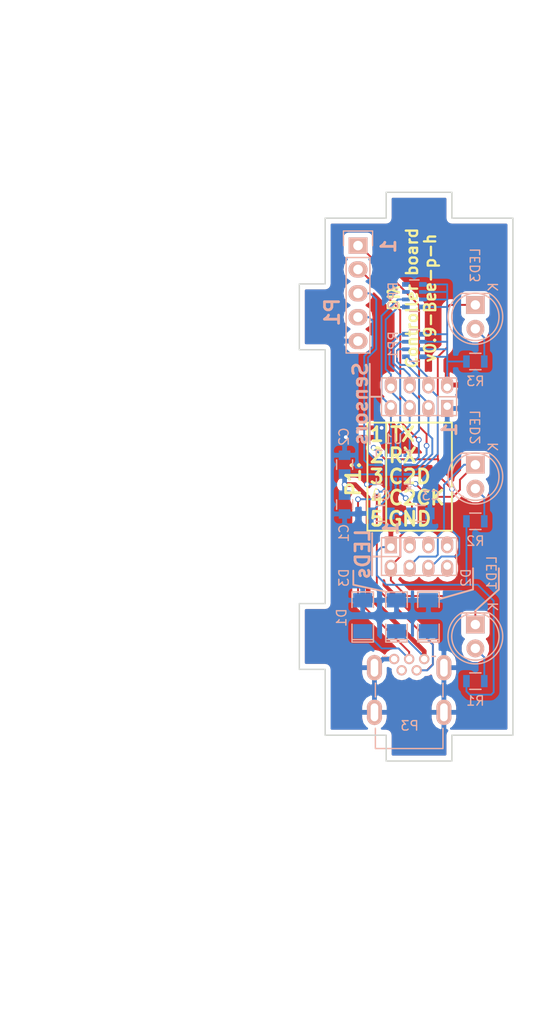
<source format=kicad_pcb>
(kicad_pcb (version 4) (host pcbnew "(2015-08-06 BZR 6060)-product")

  (general
    (links 63)
    (no_connects 0)
    (area 150.000001 47.15 210.160715 157.700001)
    (thickness 1.6)
    (drawings 67)
    (tracks 274)
    (zones 0)
    (modules 20)
    (nets 22)
  )

  (page A4)
  (layers
    (0 F.Cu signal)
    (31 B.Cu signal)
    (32 B.Adhes user)
    (33 F.Adhes user)
    (34 B.Paste user)
    (35 F.Paste user)
    (36 B.SilkS user)
    (37 F.SilkS user)
    (38 B.Mask user)
    (39 F.Mask user)
    (40 Dwgs.User user)
    (41 Cmts.User user)
    (42 Eco1.User user)
    (43 Eco2.User user)
    (44 Edge.Cuts user)
    (45 Margin user)
    (46 B.CrtYd user)
    (47 F.CrtYd user)
    (48 B.Fab user hide)
    (49 F.Fab user hide)
  )

  (setup
    (last_trace_width 0.2)
    (trace_clearance 0.2)
    (zone_clearance 0.508)
    (zone_45_only no)
    (trace_min 0.2)
    (segment_width 0.2)
    (edge_width 0.15)
    (via_size 0.6)
    (via_drill 0.4)
    (via_min_size 0.4)
    (via_min_drill 0.3)
    (uvia_size 0.3)
    (uvia_drill 0.1)
    (uvias_allowed no)
    (uvia_min_size 0.2)
    (uvia_min_drill 0.1)
    (pcb_text_width 0.3)
    (pcb_text_size 1.5 1.5)
    (mod_edge_width 0.15)
    (mod_text_size 1 1)
    (mod_text_width 0.15)
    (pad_size 1.524 1.524)
    (pad_drill 0.762)
    (pad_to_mask_clearance 0.2)
    (aux_axis_origin 182.25 127.75)
    (visible_elements FFFFFF7F)
    (pcbplotparams
      (layerselection 0x010f0_80000001)
      (usegerberextensions true)
      (excludeedgelayer true)
      (linewidth 0.100000)
      (plotframeref false)
      (viasonmask false)
      (mode 1)
      (useauxorigin true)
      (hpglpennumber 1)
      (hpglpenspeed 20)
      (hpglpendiameter 15)
      (hpglpenoverlay 2)
      (psnegative false)
      (psa4output false)
      (plotreference true)
      (plotvalue true)
      (plotinvisibletext false)
      (padsonsilk true)
      (subtractmaskfromsilk false)
      (outputformat 1)
      (mirror false)
      (drillshape 0)
      (scaleselection 1)
      (outputdirectory Controller-Bee-Paris-horizontal))
  )

  (net 0 "")
  (net 1 "Net-(C1-Pad1)")
  (net 2 GND)
  (net 3 VDD)
  (net 4 "Net-(P1-Pad1)")
  (net 5 "Net-(P1-Pad2)")
  (net 6 C2CK)
  (net 7 C2D)
  (net 8 SD0)
  (net 9 SC0)
  (net 10 SD1)
  (net 11 SC1)
  (net 12 SD2)
  (net 13 SC2)
  (net 14 iLED1)
  (net 15 iLED2)
  (net 16 iLED3)
  (net 17 /d+)
  (net 18 /d-)
  (net 19 "Net-(LED1-Pad2)")
  (net 20 "Net-(LED2-Pad2)")
  (net 21 "Net-(LED3-Pad2)")

  (net_class Default "This is the default net class."
    (clearance 0.2)
    (trace_width 0.2)
    (via_dia 0.6)
    (via_drill 0.4)
    (uvia_dia 0.3)
    (uvia_drill 0.1)
    (add_net /d+)
    (add_net /d-)
    (add_net C2CK)
    (add_net C2D)
    (add_net GND)
    (add_net "Net-(C1-Pad1)")
    (add_net "Net-(LED1-Pad2)")
    (add_net "Net-(LED2-Pad2)")
    (add_net "Net-(LED3-Pad2)")
    (add_net "Net-(P1-Pad1)")
    (add_net "Net-(P1-Pad2)")
    (add_net SC0)
    (add_net SC1)
    (add_net SC2)
    (add_net SD0)
    (add_net SD1)
    (add_net SD2)
    (add_net VDD)
    (add_net iLED1)
    (add_net iLED2)
    (add_net iLED3)
  )

  (module Pin_Headers:Pin_Header_Straight_2x04_Pitch2.00mm (layer B.Cu) (tedit 0) (tstamp 55CBDBF8)
    (at 195 89 180)
    (descr "Pin Header 2mm 4x2pin")
    (tags "CONN DEV")
    (path /55CBB4ED)
    (fp_text reference P2 (at 0 5 180) (layer B.SilkS) hide
      (effects (font (size 1 1) (thickness 0.15)) (justify mirror))
    )
    (fp_text value CONN_02X04 (at 0 3 180) (layer B.Fab)
      (effects (font (size 1 1) (thickness 0.15)) (justify mirror))
    )
    (fp_line (start -4 0) (end -2 0) (layer B.SilkS) (width 0.15))
    (fp_line (start 4 2) (end 4 -2) (layer B.SilkS) (width 0.15))
    (fp_line (start 4 -2) (end -4 -2) (layer B.SilkS) (width 0.15))
    (fp_line (start -4 2) (end 4 2) (layer B.SilkS) (width 0.15))
    (fp_line (start -4 -2) (end -4 2) (layer B.SilkS) (width 0.15))
    (fp_line (start -2 0) (end -2 -2) (layer B.SilkS) (width 0.15))
    (pad 1 thru_hole rect (at -3 -1 180) (size 1.3 1.8) (drill 0.8 (offset 0 -0.25)) (layers *.Cu *.Mask B.SilkS)
      (net 2 GND))
    (pad 2 thru_hole oval (at -3 1 180) (size 1.3 1.8) (drill 0.8 (offset 0 0.25)) (layers *.Cu *.Mask B.SilkS)
      (net 3 VDD))
    (pad 3 thru_hole oval (at -1 -1 180) (size 1.3 1.8) (drill 0.8 (offset 0 -0.25)) (layers *.Cu *.Mask B.SilkS)
      (net 8 SD0))
    (pad 4 thru_hole oval (at -1 1 180) (size 1.3 1.8) (drill 0.8 (offset 0 0.25)) (layers *.Cu *.Mask B.SilkS)
      (net 9 SC0))
    (pad 5 thru_hole oval (at 1 -1 180) (size 1.3 1.8) (drill 0.8 (offset 0 -0.25)) (layers *.Cu *.Mask B.SilkS)
      (net 10 SD1))
    (pad 6 thru_hole oval (at 1 1 180) (size 1.3 1.8) (drill 0.8 (offset 0 0.25)) (layers *.Cu *.Mask B.SilkS)
      (net 11 SC1))
    (pad 7 thru_hole oval (at 3 -1 180) (size 1.3 1.8) (drill 0.8 (offset 0 -0.25)) (layers *.Cu *.Mask B.SilkS)
      (net 12 SD2))
    (pad 8 thru_hole oval (at 3 1 180) (size 1.3 1.8) (drill 0.8 (offset 0 0.25)) (layers *.Cu *.Mask B.SilkS)
      (net 13 SC2))
    (model Pin_Headers.3dshapes/Pin_Header_Straight_2x04_Pitch2.00mm.wrl
      (at (xyz 0 0 0))
      (scale (xyz 1 1 1))
      (rotate (xyz 0 0 0))
    )
  )

  (module Capacitors_SMD:C_0805 (layer B.Cu) (tedit 5415D6EA) (tstamp 55CBDBBF)
    (at 187.071114 100.469152 270)
    (descr "Capacitor SMD 0805, reflow soldering, AVX (see smccp.pdf)")
    (tags "capacitor 0805")
    (path /55CB8CD5)
    (attr smd)
    (fp_text reference C1 (at 3.030848 0.071114 270) (layer B.SilkS)
      (effects (font (size 1 1) (thickness 0.15)) (justify mirror))
    )
    (fp_text value 4.7uF (at 0 -2.1 270) (layer B.Fab)
      (effects (font (size 1 1) (thickness 0.15)) (justify mirror))
    )
    (fp_line (start -1.8 1) (end 1.8 1) (layer B.CrtYd) (width 0.05))
    (fp_line (start -1.8 -1) (end 1.8 -1) (layer B.CrtYd) (width 0.05))
    (fp_line (start -1.8 1) (end -1.8 -1) (layer B.CrtYd) (width 0.05))
    (fp_line (start 1.8 1) (end 1.8 -1) (layer B.CrtYd) (width 0.05))
    (fp_line (start 0.5 0.85) (end -0.5 0.85) (layer B.SilkS) (width 0.15))
    (fp_line (start -0.5 -0.85) (end 0.5 -0.85) (layer B.SilkS) (width 0.15))
    (pad 1 smd rect (at -1 0 270) (size 1 1.25) (layers B.Cu B.Paste B.Mask)
      (net 1 "Net-(C1-Pad1)"))
    (pad 2 smd rect (at 1 0 270) (size 1 1.25) (layers B.Cu B.Paste B.Mask)
      (net 2 GND))
    (model Capacitors_SMD.3dshapes/C_0805.wrl
      (at (xyz 0 0 0))
      (scale (xyz 1 1 1))
      (rotate (xyz 0 0 0))
    )
  )

  (module Capacitors_SMD:C_0805 (layer B.Cu) (tedit 5415D6EA) (tstamp 55CBDBC5)
    (at 187.071114 96.219152 90)
    (descr "Capacitor SMD 0805, reflow soldering, AVX (see smccp.pdf)")
    (tags "capacitor 0805")
    (path /55CB8CFE)
    (attr smd)
    (fp_text reference C2 (at 2.969152 -0.071114 90) (layer B.SilkS)
      (effects (font (size 1 1) (thickness 0.15)) (justify mirror))
    )
    (fp_text value 100nf (at 0 -2.1 90) (layer B.Fab)
      (effects (font (size 1 1) (thickness 0.15)) (justify mirror))
    )
    (fp_line (start -1.8 1) (end 1.8 1) (layer B.CrtYd) (width 0.05))
    (fp_line (start -1.8 -1) (end 1.8 -1) (layer B.CrtYd) (width 0.05))
    (fp_line (start -1.8 1) (end -1.8 -1) (layer B.CrtYd) (width 0.05))
    (fp_line (start 1.8 1) (end 1.8 -1) (layer B.CrtYd) (width 0.05))
    (fp_line (start 0.5 0.85) (end -0.5 0.85) (layer B.SilkS) (width 0.15))
    (fp_line (start -0.5 -0.85) (end 0.5 -0.85) (layer B.SilkS) (width 0.15))
    (pad 1 smd rect (at -1 0 90) (size 1 1.25) (layers B.Cu B.Paste B.Mask)
      (net 1 "Net-(C1-Pad1)"))
    (pad 2 smd rect (at 1 0 90) (size 1 1.25) (layers B.Cu B.Paste B.Mask)
      (net 2 GND))
    (model Capacitors_SMD.3dshapes/C_0805.wrl
      (at (xyz 0 0 0))
      (scale (xyz 1 1 1))
      (rotate (xyz 0 0 0))
    )
  )

  (module Capacitors_SMD:C_0805 (layer B.Cu) (tedit 5415D6EA) (tstamp 55CBDBCB)
    (at 195.151576 101.41307)
    (descr "Capacitor SMD 0805, reflow soldering, AVX (see smccp.pdf)")
    (tags "capacitor 0805")
    (path /55CB9D5A)
    (attr smd)
    (fp_text reference C3 (at 1.098424 -1.91307) (layer B.SilkS)
      (effects (font (size 1 1) (thickness 0.15)) (justify mirror))
    )
    (fp_text value 4.7uF (at 0 -2.1) (layer B.Fab)
      (effects (font (size 1 1) (thickness 0.15)) (justify mirror))
    )
    (fp_line (start -1.8 1) (end 1.8 1) (layer B.CrtYd) (width 0.05))
    (fp_line (start -1.8 -1) (end 1.8 -1) (layer B.CrtYd) (width 0.05))
    (fp_line (start -1.8 1) (end -1.8 -1) (layer B.CrtYd) (width 0.05))
    (fp_line (start 1.8 1) (end 1.8 -1) (layer B.CrtYd) (width 0.05))
    (fp_line (start 0.5 0.85) (end -0.5 0.85) (layer B.SilkS) (width 0.15))
    (fp_line (start -0.5 -0.85) (end 0.5 -0.85) (layer B.SilkS) (width 0.15))
    (pad 1 smd rect (at -1 0) (size 1 1.25) (layers B.Cu B.Paste B.Mask)
      (net 3 VDD))
    (pad 2 smd rect (at 1 0) (size 1 1.25) (layers B.Cu B.Paste B.Mask)
      (net 2 GND))
    (model Capacitors_SMD.3dshapes/C_0805.wrl
      (at (xyz 0 0 0))
      (scale (xyz 1 1 1))
      (rotate (xyz 0 0 0))
    )
  )

  (module Capacitors_SMD:C_0805 (layer B.Cu) (tedit 5415D6EA) (tstamp 55CBDBD1)
    (at 190.901576 101.41307 180)
    (descr "Capacitor SMD 0805, reflow soldering, AVX (see smccp.pdf)")
    (tags "capacitor 0805")
    (path /55CB9DA9)
    (attr smd)
    (fp_text reference C4 (at -0.098424 1.91307 180) (layer B.SilkS)
      (effects (font (size 1 1) (thickness 0.15)) (justify mirror))
    )
    (fp_text value 100nF (at 0 -2.1 180) (layer B.Fab)
      (effects (font (size 1 1) (thickness 0.15)) (justify mirror))
    )
    (fp_line (start -1.8 1) (end 1.8 1) (layer B.CrtYd) (width 0.05))
    (fp_line (start -1.8 -1) (end 1.8 -1) (layer B.CrtYd) (width 0.05))
    (fp_line (start -1.8 1) (end -1.8 -1) (layer B.CrtYd) (width 0.05))
    (fp_line (start 1.8 1) (end 1.8 -1) (layer B.CrtYd) (width 0.05))
    (fp_line (start 0.5 0.85) (end -0.5 0.85) (layer B.SilkS) (width 0.15))
    (fp_line (start -0.5 -0.85) (end 0.5 -0.85) (layer B.SilkS) (width 0.15))
    (pad 1 smd rect (at -1 0 180) (size 1 1.25) (layers B.Cu B.Paste B.Mask)
      (net 3 VDD))
    (pad 2 smd rect (at 1 0 180) (size 1 1.25) (layers B.Cu B.Paste B.Mask)
      (net 2 GND))
    (model Capacitors_SMD.3dshapes/C_0805.wrl
      (at (xyz 0 0 0))
      (scale (xyz 1 1 1))
      (rotate (xyz 0 0 0))
    )
  )

  (module SMD_Packages:SMD-1206_Pol (layer B.Cu) (tedit 0) (tstamp 55CBDBD7)
    (at 189 112.3 90)
    (path /55CB7D76)
    (attr smd)
    (fp_text reference D1 (at -0.2 -2.25 90) (layer B.SilkS)
      (effects (font (size 1 1) (thickness 0.15)) (justify mirror))
    )
    (fp_text value ZENER (at 0 0 90) (layer B.Fab)
      (effects (font (size 1 1) (thickness 0.15)) (justify mirror))
    )
    (fp_line (start -2.54 1.143) (end -2.794 1.143) (layer B.SilkS) (width 0.15))
    (fp_line (start -2.794 1.143) (end -2.794 -1.143) (layer B.SilkS) (width 0.15))
    (fp_line (start -2.794 -1.143) (end -2.54 -1.143) (layer B.SilkS) (width 0.15))
    (fp_line (start -2.54 1.143) (end -2.54 -1.143) (layer B.SilkS) (width 0.15))
    (fp_line (start -2.54 -1.143) (end -0.889 -1.143) (layer B.SilkS) (width 0.15))
    (fp_line (start 0.889 1.143) (end 2.54 1.143) (layer B.SilkS) (width 0.15))
    (fp_line (start 2.54 1.143) (end 2.54 -1.143) (layer B.SilkS) (width 0.15))
    (fp_line (start 2.54 -1.143) (end 0.889 -1.143) (layer B.SilkS) (width 0.15))
    (fp_line (start -0.889 1.143) (end -2.54 1.143) (layer B.SilkS) (width 0.15))
    (pad 1 smd rect (at -1.651 0 90) (size 1.524 2.032) (layers B.Cu B.Paste B.Mask)
      (net 17 /d+))
    (pad 2 smd rect (at 1.651 0 90) (size 1.524 2.032) (layers B.Cu B.Paste B.Mask)
      (net 2 GND))
    (model SMD_Packages.3dshapes/SMD-1206_Pol.wrl
      (at (xyz 0 0 0))
      (scale (xyz 0.17 0.16 0.16))
      (rotate (xyz 0 0 0))
    )
  )

  (module SMD_Packages:SMD-1206_Pol (layer B.Cu) (tedit 0) (tstamp 55CBDBDD)
    (at 196 112.3 90)
    (path /55CB7E0A)
    (attr smd)
    (fp_text reference D2 (at 4.05 4 90) (layer B.SilkS)
      (effects (font (size 1 1) (thickness 0.15)) (justify mirror))
    )
    (fp_text value ZENER (at 0 0 90) (layer B.Fab)
      (effects (font (size 1 1) (thickness 0.15)) (justify mirror))
    )
    (fp_line (start -2.54 1.143) (end -2.794 1.143) (layer B.SilkS) (width 0.15))
    (fp_line (start -2.794 1.143) (end -2.794 -1.143) (layer B.SilkS) (width 0.15))
    (fp_line (start -2.794 -1.143) (end -2.54 -1.143) (layer B.SilkS) (width 0.15))
    (fp_line (start -2.54 1.143) (end -2.54 -1.143) (layer B.SilkS) (width 0.15))
    (fp_line (start -2.54 -1.143) (end -0.889 -1.143) (layer B.SilkS) (width 0.15))
    (fp_line (start 0.889 1.143) (end 2.54 1.143) (layer B.SilkS) (width 0.15))
    (fp_line (start 2.54 1.143) (end 2.54 -1.143) (layer B.SilkS) (width 0.15))
    (fp_line (start 2.54 -1.143) (end 0.889 -1.143) (layer B.SilkS) (width 0.15))
    (fp_line (start -0.889 1.143) (end -2.54 1.143) (layer B.SilkS) (width 0.15))
    (pad 1 smd rect (at -1.651 0 90) (size 1.524 2.032) (layers B.Cu B.Paste B.Mask)
      (net 18 /d-))
    (pad 2 smd rect (at 1.651 0 90) (size 1.524 2.032) (layers B.Cu B.Paste B.Mask)
      (net 2 GND))
    (model SMD_Packages.3dshapes/SMD-1206_Pol.wrl
      (at (xyz 0 0 0))
      (scale (xyz 0.17 0.16 0.16))
      (rotate (xyz 0 0 0))
    )
  )

  (module SMD_Packages:SMD-1206_Pol (layer B.Cu) (tedit 0) (tstamp 55CBDBE3)
    (at 192.6 112.3 90)
    (path /55CB7E2E)
    (attr smd)
    (fp_text reference D3 (at 4.05 -5.6 90) (layer B.SilkS)
      (effects (font (size 1 1) (thickness 0.15)) (justify mirror))
    )
    (fp_text value ZENER (at 0 0 90) (layer B.Fab)
      (effects (font (size 1 1) (thickness 0.15)) (justify mirror))
    )
    (fp_line (start -2.54 1.143) (end -2.794 1.143) (layer B.SilkS) (width 0.15))
    (fp_line (start -2.794 1.143) (end -2.794 -1.143) (layer B.SilkS) (width 0.15))
    (fp_line (start -2.794 -1.143) (end -2.54 -1.143) (layer B.SilkS) (width 0.15))
    (fp_line (start -2.54 1.143) (end -2.54 -1.143) (layer B.SilkS) (width 0.15))
    (fp_line (start -2.54 -1.143) (end -0.889 -1.143) (layer B.SilkS) (width 0.15))
    (fp_line (start 0.889 1.143) (end 2.54 1.143) (layer B.SilkS) (width 0.15))
    (fp_line (start 2.54 1.143) (end 2.54 -1.143) (layer B.SilkS) (width 0.15))
    (fp_line (start 2.54 -1.143) (end 0.889 -1.143) (layer B.SilkS) (width 0.15))
    (fp_line (start -0.889 1.143) (end -2.54 1.143) (layer B.SilkS) (width 0.15))
    (pad 1 smd rect (at -1.651 0 90) (size 1.524 2.032) (layers B.Cu B.Paste B.Mask)
      (net 1 "Net-(C1-Pad1)"))
    (pad 2 smd rect (at 1.651 0 90) (size 1.524 2.032) (layers B.Cu B.Paste B.Mask)
      (net 2 GND))
    (model SMD_Packages.3dshapes/SMD-1206_Pol.wrl
      (at (xyz 0 0 0))
      (scale (xyz 0.17 0.16 0.16))
      (rotate (xyz 0 0 0))
    )
  )

  (module Pin_Headers:Pin_Header_Straight_1x05 (layer B.Cu) (tedit 55D51006) (tstamp 55CBDBEC)
    (at 188.5 72.92 180)
    (descr "Through hole pin header")
    (tags "pin header")
    (path /55CC735E)
    (fp_text reference P1 (at 2.75 -7.08 270) (layer B.SilkS)
      (effects (font (size 1.5 1.5) (thickness 0.3)) (justify mirror))
    )
    (fp_text value CONN_01X05 (at 0 3.1 180) (layer B.Fab)
      (effects (font (size 1 1) (thickness 0.15)) (justify mirror))
    )
    (fp_line (start -1.55 0) (end -1.55 1.55) (layer B.SilkS) (width 0.15))
    (fp_line (start -1.55 1.55) (end 1.55 1.55) (layer B.SilkS) (width 0.15))
    (fp_line (start 1.55 1.55) (end 1.55 0) (layer B.SilkS) (width 0.15))
    (fp_line (start -1.75 1.75) (end -1.75 -11.95) (layer B.CrtYd) (width 0.05))
    (fp_line (start 1.75 1.75) (end 1.75 -11.95) (layer B.CrtYd) (width 0.05))
    (fp_line (start -1.75 1.75) (end 1.75 1.75) (layer B.CrtYd) (width 0.05))
    (fp_line (start -1.75 -11.95) (end 1.75 -11.95) (layer B.CrtYd) (width 0.05))
    (fp_line (start 1.27 -1.27) (end 1.27 -11.43) (layer B.SilkS) (width 0.15))
    (fp_line (start 1.27 -11.43) (end -1.27 -11.43) (layer B.SilkS) (width 0.15))
    (fp_line (start -1.27 -11.43) (end -1.27 -1.27) (layer B.SilkS) (width 0.15))
    (fp_line (start 1.27 -1.27) (end -1.27 -1.27) (layer B.SilkS) (width 0.15))
    (pad 1 thru_hole rect (at 0 0 180) (size 2.032 1.7272) (drill 1.016) (layers *.Cu *.Mask B.SilkS)
      (net 4 "Net-(P1-Pad1)"))
    (pad 2 thru_hole oval (at 0 -2.54 180) (size 2.032 1.7272) (drill 1.016) (layers *.Cu *.Mask B.SilkS)
      (net 5 "Net-(P1-Pad2)"))
    (pad 3 thru_hole oval (at 0 -5.08 180) (size 2.032 1.7272) (drill 1.016) (layers *.Cu *.Mask B.SilkS)
      (net 7 C2D))
    (pad 4 thru_hole oval (at 0 -7.62 180) (size 2.032 1.7272) (drill 1.016) (layers *.Cu *.Mask B.SilkS)
      (net 6 C2CK))
    (pad 5 thru_hole oval (at 0 -10.16 180) (size 2.032 1.7272) (drill 1.016) (layers *.Cu *.Mask B.SilkS)
      (net 2 GND))
    (model Pin_Headers.3dshapes/Pin_Header_Straight_1x05.wrl
      (at (xyz 0 -0.2 0))
      (scale (xyz 1 1 1))
      (rotate (xyz 0 0 90))
    )
  )

  (module Pin_Headers:Pin_Header_Straight_2x04_Pitch2.00mm (layer B.Cu) (tedit 0) (tstamp 55CBDC0E)
    (at 195 106)
    (descr "Pin Header 2mm 4x2pin")
    (tags "CONN DEV")
    (path /55CBFFE0)
    (fp_text reference P4 (at 0 5) (layer B.SilkS) hide
      (effects (font (size 1 1) (thickness 0.15)) (justify mirror))
    )
    (fp_text value CONN_02X04 (at 0 3) (layer B.Fab)
      (effects (font (size 1 1) (thickness 0.15)) (justify mirror))
    )
    (fp_line (start -4 0) (end -2 0) (layer B.SilkS) (width 0.15))
    (fp_line (start 4 2) (end 4 -2) (layer B.SilkS) (width 0.15))
    (fp_line (start 4 -2) (end -4 -2) (layer B.SilkS) (width 0.15))
    (fp_line (start -4 2) (end 4 2) (layer B.SilkS) (width 0.15))
    (fp_line (start -4 -2) (end -4 2) (layer B.SilkS) (width 0.15))
    (fp_line (start -2 0) (end -2 -2) (layer B.SilkS) (width 0.15))
    (pad 1 thru_hole rect (at -3 -1) (size 1.3 1.8) (drill 0.8 (offset 0 -0.25)) (layers *.Cu *.Mask B.SilkS)
      (net 3 VDD))
    (pad 2 thru_hole oval (at -3 1) (size 1.3 1.8) (drill 0.8 (offset 0 0.25)) (layers *.Cu *.Mask B.SilkS)
      (net 14 iLED1))
    (pad 3 thru_hole oval (at -1 -1) (size 1.3 1.8) (drill 0.8 (offset 0 -0.25)) (layers *.Cu *.Mask B.SilkS))
    (pad 4 thru_hole oval (at -1 1) (size 1.3 1.8) (drill 0.8 (offset 0 0.25)) (layers *.Cu *.Mask B.SilkS)
      (net 15 iLED2))
    (pad 5 thru_hole oval (at 1 -1) (size 1.3 1.8) (drill 0.8 (offset 0 -0.25)) (layers *.Cu *.Mask B.SilkS))
    (pad 6 thru_hole oval (at 1 1) (size 1.3 1.8) (drill 0.8 (offset 0 0.25)) (layers *.Cu *.Mask B.SilkS)
      (net 16 iLED3))
    (pad 7 thru_hole oval (at 3 -1) (size 1.3 1.8) (drill 0.8 (offset 0 -0.25)) (layers *.Cu *.Mask B.SilkS))
    (pad 8 thru_hole oval (at 3 1) (size 1.3 1.8) (drill 0.8 (offset 0 0.25)) (layers *.Cu *.Mask B.SilkS))
    (model Pin_Headers.3dshapes/Pin_Header_Straight_2x04_Pitch2.00mm.wrl
      (at (xyz 0 0 0))
      (scale (xyz 1 1 1))
      (rotate (xyz 0 0 0))
    )
  )

  (module Resistors_SMD:R_Array_Convex_4x0603 (layer B.Cu) (tedit 545388FD) (tstamp 55CBDC1A)
    (at 194.5 83.55)
    (descr "Chip Resistor Network, ROHM MNR14 (see mnr_g.pdf)")
    (tags "resistor array")
    (path /55CC43CB)
    (attr smd)
    (fp_text reference RP1 (at -2.25 -0.05 90) (layer B.SilkS)
      (effects (font (size 1 1) (thickness 0.15)) (justify mirror))
    )
    (fp_text value 4k7 (at 0 -2.8) (layer B.Fab)
      (effects (font (size 1 1) (thickness 0.15)) (justify mirror))
    )
    (fp_line (start -1.55 1.8) (end 1.55 1.8) (layer B.CrtYd) (width 0.05))
    (fp_line (start -1.55 -1.8) (end 1.55 -1.8) (layer B.CrtYd) (width 0.05))
    (fp_line (start -1.55 1.8) (end -1.55 -1.8) (layer B.CrtYd) (width 0.05))
    (fp_line (start 1.55 1.8) (end 1.55 -1.8) (layer B.CrtYd) (width 0.05))
    (fp_line (start 0.5 -1.675) (end -0.5 -1.675) (layer B.SilkS) (width 0.15))
    (fp_line (start 0.5 1.675) (end -0.5 1.675) (layer B.SilkS) (width 0.15))
    (pad 1 smd rect (at -0.9 1.2) (size 0.8 0.5) (layers B.Cu B.Paste B.Mask)
      (net 9 SC0))
    (pad 3 smd rect (at -0.9 -0.4) (size 0.8 0.4) (layers B.Cu B.Paste B.Mask)
      (net 11 SC1))
    (pad 2 smd rect (at -0.9 0.4) (size 0.8 0.4) (layers B.Cu B.Paste B.Mask)
      (net 8 SD0))
    (pad 4 smd rect (at -0.9 -1.2) (size 0.8 0.5) (layers B.Cu B.Paste B.Mask)
      (net 10 SD1))
    (pad 7 smd rect (at 0.9 0.4) (size 0.8 0.4) (layers B.Cu B.Paste B.Mask)
      (net 3 VDD))
    (pad 8 smd rect (at 0.9 1.2) (size 0.8 0.5) (layers B.Cu B.Paste B.Mask)
      (net 3 VDD))
    (pad 6 smd rect (at 0.9 -0.4) (size 0.8 0.4) (layers B.Cu B.Paste B.Mask)
      (net 3 VDD))
    (pad 5 smd rect (at 0.9 -1.2) (size 0.8 0.5) (layers B.Cu B.Paste B.Mask)
      (net 3 VDD))
    (model Resistors_SMD.3dshapes/R_Array_Convex_4x0603.wrl
      (at (xyz 0 0 0))
      (scale (xyz 1 1 1))
      (rotate (xyz 0 0 0))
    )
  )

  (module Resistors_SMD:R_Array_Convex_4x0603 (layer B.Cu) (tedit 545388FD) (tstamp 55CBDC26)
    (at 194.5 78.25)
    (descr "Chip Resistor Network, ROHM MNR14 (see mnr_g.pdf)")
    (tags "resistor array")
    (path /55CC3278)
    (attr smd)
    (fp_text reference RP2 (at -2.25 0 90) (layer B.SilkS)
      (effects (font (size 1 1) (thickness 0.15)) (justify mirror))
    )
    (fp_text value 4k7 (at 0 -2.8) (layer B.Fab)
      (effects (font (size 1 1) (thickness 0.15)) (justify mirror))
    )
    (fp_line (start -1.55 1.8) (end 1.55 1.8) (layer B.CrtYd) (width 0.05))
    (fp_line (start -1.55 -1.8) (end 1.55 -1.8) (layer B.CrtYd) (width 0.05))
    (fp_line (start -1.55 1.8) (end -1.55 -1.8) (layer B.CrtYd) (width 0.05))
    (fp_line (start 1.55 1.8) (end 1.55 -1.8) (layer B.CrtYd) (width 0.05))
    (fp_line (start 0.5 -1.675) (end -0.5 -1.675) (layer B.SilkS) (width 0.15))
    (fp_line (start 0.5 1.675) (end -0.5 1.675) (layer B.SilkS) (width 0.15))
    (pad 1 smd rect (at -0.9 1.2) (size 0.8 0.5) (layers B.Cu B.Paste B.Mask)
      (net 13 SC2))
    (pad 3 smd rect (at -0.9 -0.4) (size 0.8 0.4) (layers B.Cu B.Paste B.Mask))
    (pad 2 smd rect (at -0.9 0.4) (size 0.8 0.4) (layers B.Cu B.Paste B.Mask)
      (net 12 SD2))
    (pad 4 smd rect (at -0.9 -1.2) (size 0.8 0.5) (layers B.Cu B.Paste B.Mask))
    (pad 7 smd rect (at 0.9 0.4) (size 0.8 0.4) (layers B.Cu B.Paste B.Mask)
      (net 3 VDD))
    (pad 8 smd rect (at 0.9 1.2) (size 0.8 0.5) (layers B.Cu B.Paste B.Mask)
      (net 3 VDD))
    (pad 6 smd rect (at 0.9 -0.4) (size 0.8 0.4) (layers B.Cu B.Paste B.Mask)
      (net 3 VDD))
    (pad 5 smd rect (at 0.9 -1.2) (size 0.8 0.5) (layers B.Cu B.Paste B.Mask)
      (net 3 VDD))
    (model Resistors_SMD.3dshapes/R_Array_Convex_4x0603.wrl
      (at (xyz 0 0 0))
      (scale (xyz 1 1 1))
      (rotate (xyz 0 0 0))
    )
  )

  (module Footprints:Silabs-QFN20 (layer B.Cu) (tedit 55CAD0FB) (tstamp 55CBDC49)
    (at 192.25 96.5 90)
    (path /55CAD016)
    (fp_text reference U1 (at 3 0 180) (layer B.SilkS)
      (effects (font (size 1 1) (thickness 0.15)) (justify mirror))
    )
    (fp_text value EFM8UB10F8G-B-QFN20 (at -0.2 3.6 90) (layer B.Fab)
      (effects (font (size 1 1) (thickness 0.15)) (justify mirror))
    )
    (fp_text user * (at -2.2 2 90) (layer B.SilkS)
      (effects (font (size 1 1) (thickness 0.15)) (justify mirror))
    )
    (fp_line (start 1.8 1.8) (end 1.2 1.8) (layer B.SilkS) (width 0.15))
    (fp_line (start 1.8 1.2) (end 1.8 1.8) (layer B.SilkS) (width 0.15))
    (fp_line (start 1.8 -1.4) (end 1.8 -1.2) (layer B.SilkS) (width 0.15))
    (fp_line (start 1.8 -1.8) (end 1.8 -1.4) (layer B.SilkS) (width 0.15))
    (fp_line (start 1.2 -1.8) (end 1.8 -1.8) (layer B.SilkS) (width 0.15))
    (fp_line (start -1.8 -1.8) (end -1.2 -1.8) (layer B.SilkS) (width 0.15))
    (fp_line (start -1.8 -1.2) (end -1.8 -1.8) (layer B.SilkS) (width 0.15))
    (fp_line (start -1.8 1.8) (end -1.2 1.8) (layer B.SilkS) (width 0.15))
    (fp_line (start -1.8 1.2) (end -1.8 1.8) (layer B.SilkS) (width 0.15))
    (pad 0 smd rect (at 0 0 90) (size 1.8 1.8) (layers B.Cu B.Paste B.Mask))
    (pad 6 smd rect (at -1.25 -1.25 90) (size 0.3 0.3) (layers B.Cu B.Paste B.Mask)
      (net 3 VDD))
    (pad 1 smd rect (at -1.25 1.25 90) (size 0.3 0.3) (layers B.Cu B.Paste B.Mask)
      (net 15 iLED2))
    (pad 11 smd rect (at 1.25 -1.25 90) (size 0.3 0.3) (layers B.Cu B.Paste B.Mask)
      (net 16 iLED3))
    (pad 16 smd rect (at 1.25 1.25 90) (size 0.3 0.3) (layers B.Cu B.Paste B.Mask)
      (net 11 SC1))
    (pad 7 smd rect (at -0.75 -1.55 90) (size 0.3 0.9) (layers B.Cu B.Paste B.Mask)
      (net 1 "Net-(C1-Pad1)"))
    (pad 8 smd rect (at -0.25 -1.55 90) (size 0.3 0.9) (layers B.Cu B.Paste B.Mask))
    (pad 9 smd rect (at 0.25 -1.55 90) (size 0.3 0.9) (layers B.Cu B.Paste B.Mask)
      (net 6 C2CK))
    (pad 10 smd rect (at 0.75 -1.55 90) (size 0.3 0.9) (layers B.Cu B.Paste B.Mask)
      (net 7 C2D))
    (pad 20 smd rect (at -0.75 1.55 90) (size 0.3 0.9) (layers B.Cu B.Paste B.Mask)
      (net 9 SC0))
    (pad 19 smd rect (at -0.25 1.55 90) (size 0.3 0.9) (layers B.Cu B.Paste B.Mask)
      (net 8 SD0))
    (pad 18 smd rect (at 0.25 1.55 90) (size 0.3 0.9) (layers B.Cu B.Paste B.Mask)
      (net 4 "Net-(P1-Pad1)"))
    (pad 17 smd rect (at 0.75 1.55 90) (size 0.3 0.9) (layers B.Cu B.Paste B.Mask)
      (net 5 "Net-(P1-Pad2)"))
    (pad 2 smd rect (at -1.55 0.75) (size 0.3 0.9) (layers B.Cu B.Paste B.Mask)
      (net 14 iLED1))
    (pad 4 smd rect (at -1.55 -0.25) (size 0.3 0.9) (layers B.Cu B.Paste B.Mask)
      (net 17 /d+))
    (pad 3 smd rect (at -1.55 0.25) (size 0.3 0.9) (layers B.Cu B.Paste B.Mask)
      (net 2 GND))
    (pad 5 smd rect (at -1.55 -0.75) (size 0.3 0.9) (layers B.Cu B.Paste B.Mask)
      (net 18 /d-))
    (pad 12 smd rect (at 1.55 -0.75) (size 0.3 0.9) (layers B.Cu B.Paste B.Mask)
      (net 2 GND))
    (pad 13 smd rect (at 1.55 -0.25) (size 0.3 0.9) (layers B.Cu B.Paste B.Mask)
      (net 12 SD2))
    (pad 14 smd rect (at 1.55 0.25) (size 0.3 0.9) (layers B.Cu B.Paste B.Mask)
      (net 13 SC2))
    (pad 15 smd rect (at 1.55 0.75) (size 0.3 0.9) (layers B.Cu B.Paste B.Mask)
      (net 10 SD1))
  )

  (module Resistors_SMD:R_0805 (layer B.Cu) (tedit 5415CDEB) (tstamp 55CBE8B2)
    (at 201 119.25)
    (descr "Resistor SMD 0805, reflow soldering, Vishay (see dcrcw.pdf)")
    (tags "resistor 0805")
    (path /55CD7FB8)
    (attr smd)
    (fp_text reference R1 (at 0 2.1) (layer B.SilkS)
      (effects (font (size 1 1) (thickness 0.15)) (justify mirror))
    )
    (fp_text value 220 (at 0 -2.1) (layer B.Fab)
      (effects (font (size 1 1) (thickness 0.15)) (justify mirror))
    )
    (fp_line (start -1.6 1) (end 1.6 1) (layer B.CrtYd) (width 0.05))
    (fp_line (start -1.6 -1) (end 1.6 -1) (layer B.CrtYd) (width 0.05))
    (fp_line (start -1.6 1) (end -1.6 -1) (layer B.CrtYd) (width 0.05))
    (fp_line (start 1.6 1) (end 1.6 -1) (layer B.CrtYd) (width 0.05))
    (fp_line (start 0.6 -0.875) (end -0.6 -0.875) (layer B.SilkS) (width 0.15))
    (fp_line (start -0.6 0.875) (end 0.6 0.875) (layer B.SilkS) (width 0.15))
    (pad 1 smd rect (at -0.95 0) (size 0.7 1.3) (layers B.Cu B.Paste B.Mask)
      (net 3 VDD))
    (pad 2 smd rect (at 0.95 0) (size 0.7 1.3) (layers B.Cu B.Paste B.Mask)
      (net 19 "Net-(LED1-Pad2)"))
    (model Resistors_SMD.3dshapes/R_0805.wrl
      (at (xyz 0 0 0))
      (scale (xyz 1 1 1))
      (rotate (xyz 0 0 0))
    )
  )

  (module Resistors_SMD:R_0805 (layer B.Cu) (tedit 5415CDEB) (tstamp 55CBE8B8)
    (at 201 102.25)
    (descr "Resistor SMD 0805, reflow soldering, Vishay (see dcrcw.pdf)")
    (tags "resistor 0805")
    (path /55CD7F2F)
    (attr smd)
    (fp_text reference R2 (at 0 2.1) (layer B.SilkS)
      (effects (font (size 1 1) (thickness 0.15)) (justify mirror))
    )
    (fp_text value 220 (at 0 -2.1) (layer B.Fab)
      (effects (font (size 1 1) (thickness 0.15)) (justify mirror))
    )
    (fp_line (start -1.6 1) (end 1.6 1) (layer B.CrtYd) (width 0.05))
    (fp_line (start -1.6 -1) (end 1.6 -1) (layer B.CrtYd) (width 0.05))
    (fp_line (start -1.6 1) (end -1.6 -1) (layer B.CrtYd) (width 0.05))
    (fp_line (start 1.6 1) (end 1.6 -1) (layer B.CrtYd) (width 0.05))
    (fp_line (start 0.6 -0.875) (end -0.6 -0.875) (layer B.SilkS) (width 0.15))
    (fp_line (start -0.6 0.875) (end 0.6 0.875) (layer B.SilkS) (width 0.15))
    (pad 1 smd rect (at -0.95 0) (size 0.7 1.3) (layers B.Cu B.Paste B.Mask)
      (net 3 VDD))
    (pad 2 smd rect (at 0.95 0) (size 0.7 1.3) (layers B.Cu B.Paste B.Mask)
      (net 20 "Net-(LED2-Pad2)"))
    (model Resistors_SMD.3dshapes/R_0805.wrl
      (at (xyz 0 0 0))
      (scale (xyz 1 1 1))
      (rotate (xyz 0 0 0))
    )
  )

  (module Resistors_SMD:R_0805 (layer B.Cu) (tedit 5415CDEB) (tstamp 55CBE8BE)
    (at 201 85.25)
    (descr "Resistor SMD 0805, reflow soldering, Vishay (see dcrcw.pdf)")
    (tags "resistor 0805")
    (path /55CD8011)
    (attr smd)
    (fp_text reference R3 (at 0 2.1) (layer B.SilkS)
      (effects (font (size 1 1) (thickness 0.15)) (justify mirror))
    )
    (fp_text value 220 (at 0 -2.1) (layer B.Fab)
      (effects (font (size 1 1) (thickness 0.15)) (justify mirror))
    )
    (fp_line (start -1.6 1) (end 1.6 1) (layer B.CrtYd) (width 0.05))
    (fp_line (start -1.6 -1) (end 1.6 -1) (layer B.CrtYd) (width 0.05))
    (fp_line (start -1.6 1) (end -1.6 -1) (layer B.CrtYd) (width 0.05))
    (fp_line (start 1.6 1) (end 1.6 -1) (layer B.CrtYd) (width 0.05))
    (fp_line (start 0.6 -0.875) (end -0.6 -0.875) (layer B.SilkS) (width 0.15))
    (fp_line (start -0.6 0.875) (end 0.6 0.875) (layer B.SilkS) (width 0.15))
    (pad 1 smd rect (at -0.95 0) (size 0.7 1.3) (layers B.Cu B.Paste B.Mask)
      (net 3 VDD))
    (pad 2 smd rect (at 0.95 0) (size 0.7 1.3) (layers B.Cu B.Paste B.Mask)
      (net 21 "Net-(LED3-Pad2)"))
    (model Resistors_SMD.3dshapes/R_0805.wrl
      (at (xyz 0 0 0))
      (scale (xyz 1 1 1))
      (rotate (xyz 0 0 0))
    )
  )

  (module Footprints:USB-B-mini (layer B.Cu) (tedit 55CC1784) (tstamp 55CC198A)
    (at 193.95 122.57 180)
    (path /55CAD282)
    (fp_text reference P3 (at -0.05 -1.43 180) (layer B.SilkS)
      (effects (font (size 1 1) (thickness 0.15)) (justify mirror))
    )
    (fp_text value USB_OTG (at -12.65 -3.6 180) (layer B.Fab)
      (effects (font (size 1 1) (thickness 0.15)) (justify mirror))
    )
    (fp_line (start 3.6 -3.85) (end 3.6 -1.7) (layer B.SilkS) (width 0.15))
    (fp_line (start -3.6 -3.85) (end 3.6 -3.85) (layer B.SilkS) (width 0.15))
    (fp_line (start -3.6 -1.7) (end -3.6 -3.85) (layer B.SilkS) (width 0.15))
    (fp_line (start 3.6 3.1) (end 3.6 1.65) (layer B.SilkS) (width 0.15))
    (fp_line (start -3.6 3.1) (end -3.6 1.65) (layer B.SilkS) (width 0.15))
    (fp_line (start 2.4 5.95) (end 2.8 5.95) (layer B.SilkS) (width 0.15))
    (fp_line (start -2.8 5.95) (end -2.45 5.95) (layer B.SilkS) (width 0.15))
    (pad 6 thru_hole oval (at -3.7 4.75 180) (size 1.6 2.7) (drill oval 0.8 1.9) (layers *.Cu *.Mask B.SilkS)
      (net 2 GND))
    (pad 5 thru_hole oval (at 1.6 5.67 180) (size 1.1 1.1) (drill 0.7) (layers *.Cu *.Mask B.SilkS)
      (net 2 GND))
    (pad 3 thru_hole oval (at 0 5.67 180) (size 1.1 1.1) (drill 0.7) (layers *.Cu *.Mask B.SilkS)
      (net 17 /d+))
    (pad 1 thru_hole oval (at -1.6 5.67 180) (size 1.1 1.1) (drill 0.7) (layers *.Cu *.Mask B.SilkS)
      (net 1 "Net-(C1-Pad1)"))
    (pad 4 thru_hole oval (at 0.8 4.47 180) (size 1.1 1.1) (drill 0.7) (layers *.Cu *.Mask B.SilkS))
    (pad 2 thru_hole oval (at -0.8 4.47 180) (size 1.1 1.1) (drill 0.7) (layers *.Cu *.Mask B.SilkS)
      (net 18 /d-))
    (pad 6 thru_hole oval (at -3.7 0 180) (size 1.6 2.7) (drill oval 0.8 1.9) (layers *.Cu *.Mask B.SilkS)
      (net 2 GND))
    (pad 6 thru_hole oval (at 3.7 0 180) (size 1.6 2.7) (drill oval 0.8 1.9) (layers *.Cu *.Mask B.SilkS)
      (net 2 GND))
    (pad 6 thru_hole oval (at 3.7 4.75 180) (size 1.6 2.7) (drill oval 0.8 1.9) (layers *.Cu *.Mask B.SilkS)
      (net 2 GND))
  )

  (module LEDs:LED-5MM (layer B.Cu) (tedit 5570F7EA) (tstamp 55D50D3E)
    (at 201 113.23 270)
    (descr "LED 5mm round vertical")
    (tags "LED 5mm round vertical")
    (path /55CD7306)
    (fp_text reference LED1 (at -5.48 -1.75 270) (layer B.SilkS)
      (effects (font (size 1 1) (thickness 0.15)) (justify mirror))
    )
    (fp_text value LED (at 1.524 3.937 270) (layer B.Fab)
      (effects (font (size 1 1) (thickness 0.15)) (justify mirror))
    )
    (fp_line (start -1.5 1.55) (end -1.5 -1.55) (layer B.CrtYd) (width 0.05))
    (fp_arc (start 1.3 0) (end -1.5 -1.55) (angle 302) (layer B.CrtYd) (width 0.05))
    (fp_arc (start 1.27 0) (end -1.23 1.5) (angle -297.5) (layer B.SilkS) (width 0.15))
    (fp_line (start -1.23 -1.5) (end -1.23 1.5) (layer B.SilkS) (width 0.15))
    (fp_circle (center 1.27 0) (end 0.97 2.5) (layer B.SilkS) (width 0.15))
    (fp_text user K (at -1.905 -1.905 270) (layer B.SilkS)
      (effects (font (size 1 1) (thickness 0.15)) (justify mirror))
    )
    (pad 1 thru_hole rect (at 0 0 180) (size 2 1.9) (drill 1.00076) (layers *.Cu *.Mask B.SilkS)
      (net 14 iLED1))
    (pad 2 thru_hole circle (at 2.54 0 270) (size 1.9 1.9) (drill 1.00076) (layers *.Cu *.Mask B.SilkS)
      (net 19 "Net-(LED1-Pad2)"))
    (model LEDs.3dshapes/LED-5MM.wrl
      (at (xyz 0.05 0 0))
      (scale (xyz 1 1 1))
      (rotate (xyz 0 0 90))
    )
  )

  (module LEDs:LED-5MM (layer B.Cu) (tedit 5570F7EA) (tstamp 55D50D4A)
    (at 201 96.23 270)
    (descr "LED 5mm round vertical")
    (tags "LED 5mm round vertical")
    (path /55CD739E)
    (fp_text reference LED2 (at -3.98 0 270) (layer B.SilkS)
      (effects (font (size 1 1) (thickness 0.15)) (justify mirror))
    )
    (fp_text value LED (at 1.524 3.937 270) (layer B.Fab)
      (effects (font (size 1 1) (thickness 0.15)) (justify mirror))
    )
    (fp_line (start -1.5 1.55) (end -1.5 -1.55) (layer B.CrtYd) (width 0.05))
    (fp_arc (start 1.3 0) (end -1.5 -1.55) (angle 302) (layer B.CrtYd) (width 0.05))
    (fp_arc (start 1.27 0) (end -1.23 1.5) (angle -297.5) (layer B.SilkS) (width 0.15))
    (fp_line (start -1.23 -1.5) (end -1.23 1.5) (layer B.SilkS) (width 0.15))
    (fp_circle (center 1.27 0) (end 0.97 2.5) (layer B.SilkS) (width 0.15))
    (fp_text user K (at -1.905 -1.905 270) (layer B.SilkS)
      (effects (font (size 1 1) (thickness 0.15)) (justify mirror))
    )
    (pad 1 thru_hole rect (at 0 0 180) (size 2 1.9) (drill 1.00076) (layers *.Cu *.Mask B.SilkS)
      (net 15 iLED2))
    (pad 2 thru_hole circle (at 2.54 0 270) (size 1.9 1.9) (drill 1.00076) (layers *.Cu *.Mask B.SilkS)
      (net 20 "Net-(LED2-Pad2)"))
    (model LEDs.3dshapes/LED-5MM.wrl
      (at (xyz 0.05 0 0))
      (scale (xyz 1 1 1))
      (rotate (xyz 0 0 90))
    )
  )

  (module LEDs:LED-5MM (layer B.Cu) (tedit 5570F7EA) (tstamp 55D50D56)
    (at 201 79.23 270)
    (descr "LED 5mm round vertical")
    (tags "LED 5mm round vertical")
    (path /55CD73E6)
    (fp_text reference LED3 (at -4.23 0 270) (layer B.SilkS)
      (effects (font (size 1 1) (thickness 0.15)) (justify mirror))
    )
    (fp_text value LED (at 1.524 3.937 270) (layer B.Fab)
      (effects (font (size 1 1) (thickness 0.15)) (justify mirror))
    )
    (fp_line (start -1.5 1.55) (end -1.5 -1.55) (layer B.CrtYd) (width 0.05))
    (fp_arc (start 1.3 0) (end -1.5 -1.55) (angle 302) (layer B.CrtYd) (width 0.05))
    (fp_arc (start 1.27 0) (end -1.23 1.5) (angle -297.5) (layer B.SilkS) (width 0.15))
    (fp_line (start -1.23 -1.5) (end -1.23 1.5) (layer B.SilkS) (width 0.15))
    (fp_circle (center 1.27 0) (end 0.97 2.5) (layer B.SilkS) (width 0.15))
    (fp_text user K (at -1.905 -1.905 270) (layer B.SilkS)
      (effects (font (size 1 1) (thickness 0.15)) (justify mirror))
    )
    (pad 1 thru_hole rect (at 0 0 180) (size 2 1.9) (drill 1.00076) (layers *.Cu *.Mask B.SilkS)
      (net 16 iLED3))
    (pad 2 thru_hole circle (at 2.54 0 270) (size 1.9 1.9) (drill 1.00076) (layers *.Cu *.Mask B.SilkS)
      (net 21 "Net-(LED3-Pad2)"))
    (model LEDs.3dshapes/LED-5MM.wrl
      (at (xyz 0.05 0 0))
      (scale (xyz 1 1 1))
      (rotate (xyz 0 0 90))
    )
  )

  (gr_text 1 (at 192 103 90) (layer B.SilkS) (tstamp 55E9BEE9)
    (effects (font (size 1.5 1.5) (thickness 0.3)) (justify mirror))
  )
  (gr_text 1 (at 198.25 92.5 90) (layer B.SilkS)
    (effects (font (size 1.5 1.5) (thickness 0.3)) (justify mirror))
  )
  (gr_text P1: (at 188 97.75 90) (layer F.SilkS)
    (effects (font (size 1.5 1.5) (thickness 0.3)))
  )
  (gr_text 5 (at 190.5 102) (layer F.SilkS)
    (effects (font (size 1.5 1.5) (thickness 0.3)))
  )
  (gr_text 4 (at 190.5 99.75) (layer F.SilkS)
    (effects (font (size 1.5 1.5) (thickness 0.3)))
  )
  (gr_text 3 (at 190.5 97.5) (layer F.SilkS)
    (effects (font (size 1.5 1.5) (thickness 0.3)))
  )
  (gr_text 2 (at 190.5 95.25) (layer F.SilkS)
    (effects (font (size 1.5 1.5) (thickness 0.3)))
  )
  (gr_text 1 (at 190.5 93) (layer F.SilkS)
    (effects (font (size 1.5 1.5) (thickness 0.3)))
  )
  (gr_line (start 189.5 103.25) (end 191.5 103.25) (layer F.SilkS) (width 0.2))
  (gr_line (start 189.5 91.75) (end 189.5 103.25) (layer F.SilkS) (width 0.2))
  (gr_line (start 191.5 91.75) (end 189.5 91.75) (layer F.SilkS) (width 0.2))
  (gr_line (start 191.5 103.25) (end 191.5 91.75) (layer F.SilkS) (width 0.2))
  (gr_line (start 198.5 103.25) (end 191.5 103.25) (layer F.SilkS) (width 0.2))
  (gr_line (start 198.5 91.75) (end 198.5 103.25) (layer F.SilkS) (width 0.2))
  (gr_line (start 191.5 91.75) (end 198.5 91.75) (layer F.SilkS) (width 0.2))
  (gr_text TX (at 193.25 93) (layer F.SilkS)
    (effects (font (size 1.5 1.5) (thickness 0.3)))
  )
  (gr_text RX (at 193.25 95.25) (layer F.SilkS)
    (effects (font (size 1.5 1.5) (thickness 0.3)))
  )
  (gr_text C2D (at 194 97.5) (layer F.SilkS)
    (effects (font (size 1.5 1.5) (thickness 0.3)))
  )
  (gr_text C2CK (at 194.75 99.75) (layer F.SilkS)
    (effects (font (size 1.5 1.5) (thickness 0.3)))
  )
  (gr_text "GND\n" (at 194 102) (layer F.SilkS)
    (effects (font (size 1.5 1.5) (thickness 0.3)))
  )
  (gr_text "DIλ\nController board\nv0.9-Bee-p-h" (at 194.25 78.5 90) (layer F.SilkS)
    (effects (font (size 1.2 1.2) (thickness 0.25)))
  )
  (gr_line (start 190 103.5) (end 190 108) (layer B.SilkS) (width 0.2))
  (gr_line (start 191 106) (end 190 106) (layer B.SilkS) (width 0.2))
  (gr_text LEDs (at 189 105.75 90) (layer B.SilkS)
    (effects (font (size 1.5 1.5) (thickness 0.3)) (justify mirror))
  )
  (gr_line (start 191 89) (end 189.75 89) (layer B.SilkS) (width 0.2))
  (gr_line (start 189.75 85.5) (end 189.75 94) (layer B.SilkS) (width 0.2))
  (gr_text "Sensors\n" (at 188.75 89.75 90) (layer B.SilkS)
    (effects (font (size 1.5 1.5) (thickness 0.3)) (justify mirror))
  )
  (gr_text 1 (at 191.75 73 90) (layer B.SilkS)
    (effects (font (size 1.5 1.5) (thickness 0.3)) (justify mirror))
  )
  (gr_line (start 203.5 109.5) (end 201 111.75) (layer B.SilkS) (width 0.2))
  (gr_line (start 203.5 107.25) (end 203.5 109.5) (layer B.SilkS) (width 0.2))
  (gr_line (start 188 109) (end 188 107.5) (layer B.SilkS) (width 0.2))
  (gr_line (start 200.75 109.5) (end 200.75 107.25) (layer B.SilkS) (width 0.2))
  (gr_line (start 197.25 110.5) (end 200.75 109.5) (layer B.SilkS) (width 0.2))
  (gr_line (start 188 109) (end 191.5 109.75) (layer B.SilkS) (width 0.2))
  (gr_line (start 198.5 70) (end 205 70) (layer Edge.Cuts) (width 0.15) (tstamp 55CD6127))
  (gr_line (start 198.5 67.25) (end 198.5 70) (layer Edge.Cuts) (width 0.15))
  (gr_line (start 191.5 67.25) (end 198.5 67.25) (layer Edge.Cuts) (width 0.15))
  (gr_line (start 191.5 70) (end 191.5 67.25) (layer Edge.Cuts) (width 0.15))
  (dimension 6.5 (width 0.3) (layer Dwgs.User)
    (gr_text "6.500 mm" (at 201.75 55.4) (layer Dwgs.User)
      (effects (font (size 1.5 1.5) (thickness 0.3)))
    )
    (feature1 (pts (xy 205 62.75) (xy 205 54.05)))
    (feature2 (pts (xy 198.5 62.75) (xy 198.5 54.05)))
    (crossbar (pts (xy 198.5 56.75) (xy 205 56.75)))
    (arrow1a (pts (xy 205 56.75) (xy 203.873496 57.336421)))
    (arrow1b (pts (xy 205 56.75) (xy 203.873496 56.163579)))
    (arrow2a (pts (xy 198.5 56.75) (xy 199.626504 57.336421)))
    (arrow2b (pts (xy 198.5 56.75) (xy 199.626504 56.163579)))
  )
  (dimension 7 (width 0.3) (layer Dwgs.User)
    (gr_text "7.000 mm" (at 195 48.65) (layer Dwgs.User)
      (effects (font (size 1.5 1.5) (thickness 0.3)))
    )
    (feature1 (pts (xy 198.5 62.75) (xy 198.5 47.3)))
    (feature2 (pts (xy 191.5 62.75) (xy 191.5 47.3)))
    (crossbar (pts (xy 191.5 50) (xy 198.5 50)))
    (arrow1a (pts (xy 198.5 50) (xy 197.373496 50.586421)))
    (arrow1b (pts (xy 198.5 50) (xy 197.373496 49.413579)))
    (arrow2a (pts (xy 191.5 50) (xy 192.626504 50.586421)))
    (arrow2b (pts (xy 191.5 50) (xy 192.626504 49.413579)))
  )
  (dimension 6.5 (width 0.3) (layer Dwgs.User)
    (gr_text "6.500 mm" (at 188.25 55.4) (layer Dwgs.User)
      (effects (font (size 1.5 1.5) (thickness 0.3)))
    )
    (feature1 (pts (xy 191.5 62.75) (xy 191.5 54.05)))
    (feature2 (pts (xy 185 62.75) (xy 185 54.05)))
    (crossbar (pts (xy 185 56.75) (xy 191.5 56.75)))
    (arrow1a (pts (xy 191.5 56.75) (xy 190.373496 57.336421)))
    (arrow1b (pts (xy 191.5 56.75) (xy 190.373496 56.163579)))
    (arrow2a (pts (xy 185 56.75) (xy 186.126504 57.336421)))
    (arrow2b (pts (xy 185 56.75) (xy 186.126504 56.163579)))
  )
  (gr_line (start 191.5 125) (end 185 125) (layer Edge.Cuts) (width 0.15) (tstamp 55CD60B0))
  (gr_line (start 198.5 127.75) (end 198.5 125) (layer Edge.Cuts) (width 0.15))
  (gr_line (start 191.5 127.75) (end 198.5 127.75) (layer Edge.Cuts) (width 0.15))
  (gr_line (start 191.5 125) (end 191.5 127.75) (layer Edge.Cuts) (width 0.15))
  (dimension 6.5 (width 0.3) (layer Dwgs.User)
    (gr_text "6.500 mm" (at 201.75 138.1) (layer Dwgs.User)
      (effects (font (size 1.5 1.5) (thickness 0.3)))
    )
    (feature1 (pts (xy 205 131.25) (xy 205 139.45)))
    (feature2 (pts (xy 198.5 131.25) (xy 198.5 139.45)))
    (crossbar (pts (xy 198.5 136.75) (xy 205 136.75)))
    (arrow1a (pts (xy 205 136.75) (xy 203.873496 137.336421)))
    (arrow1b (pts (xy 205 136.75) (xy 203.873496 136.163579)))
    (arrow2a (pts (xy 198.5 136.75) (xy 199.626504 137.336421)))
    (arrow2b (pts (xy 198.5 136.75) (xy 199.626504 136.163579)))
  )
  (dimension 7 (width 0.3) (layer Dwgs.User)
    (gr_text "7.000 mm" (at 195 142.1) (layer Dwgs.User)
      (effects (font (size 1.5 1.5) (thickness 0.3)))
    )
    (feature1 (pts (xy 198.5 131.25) (xy 198.5 143.45)))
    (feature2 (pts (xy 191.5 131.25) (xy 191.5 143.45)))
    (crossbar (pts (xy 191.5 140.75) (xy 198.5 140.75)))
    (arrow1a (pts (xy 198.5 140.75) (xy 197.373496 141.336421)))
    (arrow1b (pts (xy 198.5 140.75) (xy 197.373496 140.163579)))
    (arrow2a (pts (xy 191.5 140.75) (xy 192.626504 141.336421)))
    (arrow2b (pts (xy 191.5 140.75) (xy 192.626504 140.163579)))
  )
  (dimension 6.5 (width 0.3) (layer Dwgs.User)
    (gr_text "6.500 mm" (at 188.25 138.1) (layer Dwgs.User)
      (effects (font (size 1.5 1.5) (thickness 0.3)))
    )
    (feature1 (pts (xy 191.5 131.25) (xy 191.5 139.45)))
    (feature2 (pts (xy 185 131.25) (xy 185 139.45)))
    (crossbar (pts (xy 185 136.75) (xy 191.5 136.75)))
    (arrow1a (pts (xy 191.5 136.75) (xy 190.373496 137.336421)))
    (arrow1b (pts (xy 191.5 136.75) (xy 190.373496 136.163579)))
    (arrow2a (pts (xy 185 136.75) (xy 186.126504 137.336421)))
    (arrow2b (pts (xy 185 136.75) (xy 186.126504 136.163579)))
  )
  (gr_line (start 185 77) (end 185 70) (layer Edge.Cuts) (width 0.15) (tstamp 55CD5FCE))
  (gr_line (start 182.25 77) (end 185 77) (layer Edge.Cuts) (width 0.15))
  (gr_line (start 182.25 84) (end 182.25 77) (layer Edge.Cuts) (width 0.15))
  (gr_line (start 185 84) (end 182.25 84) (layer Edge.Cuts) (width 0.15))
  (dimension 7 (width 0.3) (layer Dwgs.User)
    (gr_text "7.000 mm" (at 164.9 73.5 90) (layer Dwgs.User)
      (effects (font (size 1.5 1.5) (thickness 0.3)))
    )
    (feature1 (pts (xy 182.25 70) (xy 163.55 70)))
    (feature2 (pts (xy 182.25 77) (xy 163.55 77)))
    (crossbar (pts (xy 166.25 77) (xy 166.25 70)))
    (arrow1a (pts (xy 166.25 70) (xy 166.836421 71.126504)))
    (arrow1b (pts (xy 166.25 70) (xy 165.663579 71.126504)))
    (arrow2a (pts (xy 166.25 77) (xy 166.836421 75.873496)))
    (arrow2b (pts (xy 166.25 77) (xy 165.663579 75.873496)))
  )
  (dimension 7 (width 0.3) (layer Dwgs.User)
    (gr_text "7.000 mm" (at 169.4 80.5 90) (layer Dwgs.User)
      (effects (font (size 1.5 1.5) (thickness 0.3)))
    )
    (feature1 (pts (xy 182.25 77) (xy 168.05 77)))
    (feature2 (pts (xy 182.25 84) (xy 168.05 84)))
    (crossbar (pts (xy 170.75 84) (xy 170.75 77)))
    (arrow1a (pts (xy 170.75 77) (xy 171.336421 78.126504)))
    (arrow1b (pts (xy 170.75 77) (xy 170.163579 78.126504)))
    (arrow2a (pts (xy 170.75 84) (xy 171.336421 82.873496)))
    (arrow2b (pts (xy 170.75 84) (xy 170.163579 82.873496)))
  )
  (dimension 27 (width 0.3) (layer Dwgs.User)
    (gr_text "27.000 mm" (at 172.15 97.5 90) (layer Dwgs.User)
      (effects (font (size 1.5 1.5) (thickness 0.3)))
    )
    (feature1 (pts (xy 182.25 84) (xy 170.8 84)))
    (feature2 (pts (xy 182.25 111) (xy 170.8 111)))
    (crossbar (pts (xy 173.5 111) (xy 173.5 84)))
    (arrow1a (pts (xy 173.5 84) (xy 174.086421 85.126504)))
    (arrow1b (pts (xy 173.5 84) (xy 172.913579 85.126504)))
    (arrow2a (pts (xy 173.5 111) (xy 174.086421 109.873496)))
    (arrow2b (pts (xy 173.5 111) (xy 172.913579 109.873496)))
  )
  (gr_line (start 185 111) (end 185 84) (layer Edge.Cuts) (width 0.15) (tstamp 55CD5E57))
  (gr_line (start 182.25 111) (end 185 111) (layer Edge.Cuts) (width 0.15))
  (gr_line (start 182.25 118) (end 182.25 111) (layer Edge.Cuts) (width 0.15))
  (gr_line (start 185 118) (end 182.25 118) (layer Edge.Cuts) (width 0.15))
  (dimension 7 (width 0.3) (layer Dwgs.User)
    (gr_text "7.000 mm" (at 169.65 114.5 90) (layer Dwgs.User)
      (effects (font (size 1.5 1.5) (thickness 0.3)))
    )
    (feature1 (pts (xy 185 111) (xy 168.3 111)))
    (feature2 (pts (xy 185 118) (xy 168.3 118)))
    (crossbar (pts (xy 171 118) (xy 171 111)))
    (arrow1a (pts (xy 171 111) (xy 171.586421 112.126504)))
    (arrow1b (pts (xy 171 111) (xy 170.413579 112.126504)))
    (arrow2a (pts (xy 171 118) (xy 171.586421 116.873496)))
    (arrow2b (pts (xy 171 118) (xy 170.413579 116.873496)))
  )
  (dimension 7 (width 0.3) (layer Dwgs.User)
    (gr_text "7.000 mm" (at 176.65 121.5 90) (layer Dwgs.User)
      (effects (font (size 1.5 1.5) (thickness 0.3)))
    )
    (feature1 (pts (xy 185 118) (xy 175.3 118)))
    (feature2 (pts (xy 185 125) (xy 175.3 125)))
    (crossbar (pts (xy 178 125) (xy 178 118)))
    (arrow1a (pts (xy 178 118) (xy 178.586421 119.126504)))
    (arrow1b (pts (xy 178 118) (xy 177.413579 119.126504)))
    (arrow2a (pts (xy 178 125) (xy 178.586421 123.873496)))
    (arrow2b (pts (xy 178 125) (xy 177.413579 123.873496)))
  )
  (dimension 55 (width 0.3) (layer Dwgs.User)
    (gr_text "55.000 mm" (at 156.65 97.5 90) (layer Dwgs.User)
      (effects (font (size 1.5 1.5) (thickness 0.3)))
    )
    (feature1 (pts (xy 185 70) (xy 155.3 70)))
    (feature2 (pts (xy 185 125) (xy 155.3 125)))
    (crossbar (pts (xy 158 125) (xy 158 70)))
    (arrow1a (pts (xy 158 70) (xy 158.586421 71.126504)))
    (arrow1b (pts (xy 158 70) (xy 157.413579 71.126504)))
    (arrow2a (pts (xy 158 125) (xy 158.586421 123.873496)))
    (arrow2b (pts (xy 158 125) (xy 157.413579 123.873496)))
  )
  (dimension 20 (width 0.3) (layer Dwgs.User)
    (gr_text "20.000 mm" (at 195 156.35) (layer Dwgs.User) (tstamp 55D516CD)
      (effects (font (size 1.5 1.5) (thickness 0.3)))
    )
    (feature1 (pts (xy 205 125) (xy 205 157.7)))
    (feature2 (pts (xy 185 125) (xy 185 157.7)))
    (crossbar (pts (xy 185 155) (xy 205 155)))
    (arrow1a (pts (xy 205 155) (xy 203.873496 155.586421)))
    (arrow1b (pts (xy 205 155) (xy 203.873496 154.413579)))
    (arrow2a (pts (xy 185 155) (xy 186.126504 155.586421)))
    (arrow2b (pts (xy 185 155) (xy 186.126504 154.413579)))
  )
  (gr_line (start 205 70) (end 205 125) (layer Edge.Cuts) (width 0.15))
  (gr_line (start 185 125) (end 185 118) (layer Edge.Cuts) (width 0.15))
  (gr_line (start 205 125) (end 198.5 125) (layer Edge.Cuts) (width 0.15))
  (gr_line (start 185 70) (end 191.5 70) (layer Edge.Cuts) (width 0.15))

  (segment (start 187.071114 98.344764) (end 188.180972 98.344764) (width 0.5) (layer F.Cu) (net 1))
  (segment (start 189.575114 110.095188) (end 195.55 116.070074) (width 0.5) (layer F.Cu) (net 1))
  (segment (start 188.180972 98.344764) (end 189.575114 99.738906) (width 0.5) (layer F.Cu) (net 1))
  (segment (start 189.575114 99.738906) (end 189.575114 110.095188) (width 0.5) (layer F.Cu) (net 1))
  (segment (start 195.55 116.070074) (end 195.55 116.9) (width 0.5) (layer F.Cu) (net 1))
  (segment (start 187.071114 97.219152) (end 187.10474 97.252778) (width 0.2) (layer B.Cu) (net 1))
  (segment (start 187.10474 97.252778) (end 190.697222 97.252778) (width 0.2) (layer B.Cu) (net 1))
  (segment (start 190.697222 97.252778) (end 190.7 97.25) (width 0.2) (layer B.Cu) (net 1))
  (segment (start 195.55 116.9) (end 195.55 116.68694) (width 0.2) (layer B.Cu) (net 1))
  (segment (start 195.55 116.68694) (end 192.81406 113.951) (width 0.2) (layer B.Cu) (net 1))
  (segment (start 192.81406 113.951) (end 192.6 113.951) (width 0.2) (layer B.Cu) (net 1))
  (segment (start 187.071114 98.483152) (end 187.071114 99.469152) (width 0.5) (layer B.Cu) (net 1))
  (segment (start 187.071114 97.219152) (end 187.071114 98.344764) (width 0.5) (layer B.Cu) (net 1))
  (segment (start 187.071114 98.483152) (end 187.071114 98.344764) (width 0.2) (layer B.Cu) (net 1))
  (via (at 187.071114 98.344764) (size 0.6) (drill 0.4) (layers F.Cu B.Cu) (net 1))
  (segment (start 187.071114 99.469152) (end 187.196114 99.469152) (width 0.2) (layer B.Cu) (net 1))
  (segment (start 191.5 94.95) (end 191.5 93.94793) (width 0.2) (layer B.Cu) (net 2))
  (segment (start 191.5 93.94793) (end 191.014047 93.461977) (width 0.2) (layer B.Cu) (net 2))
  (segment (start 191.014047 93.461977) (end 191.014047 92.30793) (width 0.2) (layer B.Cu) (net 2))
  (segment (start 192.5 98.05) (end 192.5 98.944606) (width 0.2) (layer B.Cu) (net 2))
  (segment (start 192.5 98.944606) (end 191.043486 100.40112) (width 0.2) (layer B.Cu) (net 2))
  (segment (start 191.043486 100.40112) (end 190.788526 100.40112) (width 0.2) (layer B.Cu) (net 2))
  (segment (start 190.788526 100.40112) (end 189.901576 101.28807) (width 0.2) (layer B.Cu) (net 2))
  (segment (start 189.901576 101.28807) (end 189.901576 101.41307) (width 0.2) (layer B.Cu) (net 2))
  (segment (start 190.589783 92.30793) (end 191.014047 92.30793) (width 0.5) (layer F.Cu) (net 2))
  (segment (start 188.19207 92.30793) (end 190.589783 92.30793) (width 0.5) (layer F.Cu) (net 2))
  (segment (start 187.2 93.3) (end 188.19207 92.30793) (width 0.5) (layer F.Cu) (net 2))
  (via (at 191.014047 92.30793) (size 0.6) (drill 0.4) (layers F.Cu B.Cu) (net 2))
  (via (at 187.2 93.3) (size 0.6) (drill 0.4) (layers F.Cu B.Cu) (net 2))
  (segment (start 192.35 116.9) (end 191.17 116.9) (width 0.5) (layer B.Cu) (net 2))
  (segment (start 191.17 116.9) (end 190.25 117.82) (width 0.5) (layer B.Cu) (net 2))
  (segment (start 191.5 109) (end 200.070764 109) (width 0.2) (layer B.Cu) (net 3))
  (segment (start 200.070764 109) (end 201.25 109) (width 0.2) (layer B.Cu) (net 3))
  (segment (start 200.05 108.979236) (end 200.070764 109) (width 0.2) (layer B.Cu) (net 3))
  (segment (start 200.05 102.25) (end 200.05 108.979236) (width 0.2) (layer B.Cu) (net 3))
  (segment (start 192 105) (end 191 105) (width 0.2) (layer B.Cu) (net 3))
  (segment (start 191 105) (end 190.5 105.5) (width 0.2) (layer B.Cu) (net 3))
  (segment (start 190.5 105.5) (end 190.5 108) (width 0.2) (layer B.Cu) (net 3))
  (segment (start 190.5 108) (end 191.5 109) (width 0.2) (layer B.Cu) (net 3))
  (segment (start 201.25 109) (end 202.951215 110.701215) (width 0.2) (layer B.Cu) (net 3))
  (segment (start 202.951215 110.701215) (end 202.951215 120.430681) (width 0.2) (layer B.Cu) (net 3))
  (segment (start 202.951215 120.430681) (end 202.687008 120.694888) (width 0.2) (layer B.Cu) (net 3))
  (segment (start 200.402392 120.694888) (end 200.05 120.342496) (width 0.2) (layer B.Cu) (net 3))
  (segment (start 200.05 120.342496) (end 200.05 119.25) (width 0.2) (layer B.Cu) (net 3))
  (segment (start 202.687008 120.694888) (end 200.402392 120.694888) (width 0.2) (layer B.Cu) (net 3))
  (segment (start 191 97.75) (end 190.440097 98.309903) (width 0.2) (layer B.Cu) (net 3))
  (segment (start 190.440097 98.309903) (end 189.454004 98.309903) (width 0.2) (layer B.Cu) (net 3))
  (segment (start 189.454004 98.309903) (end 189.446384 98.317523) (width 0.2) (layer B.Cu) (net 3))
  (via (at 189.446384 98.317523) (size 0.6) (drill 0.4) (layers F.Cu B.Cu) (net 3))
  (segment (start 198 84.821521) (end 198 85.262774) (width 0.2) (layer B.Cu) (net 3))
  (segment (start 200.05 85.25) (end 198.012774 85.25) (width 0.2) (layer B.Cu) (net 3))
  (segment (start 198 85.262774) (end 198 88) (width 0.2) (layer B.Cu) (net 3))
  (segment (start 198.012774 85.25) (end 198 85.262774) (width 0.2) (layer B.Cu) (net 3))
  (segment (start 198 83.939016) (end 198 84.821521) (width 0.2) (layer B.Cu) (net 3))
  (segment (start 195.4 84.75) (end 197.928479 84.75) (width 0.2) (layer B.Cu) (net 3))
  (segment (start 197.928479 84.75) (end 198 84.821521) (width 0.2) (layer B.Cu) (net 3))
  (segment (start 198 83.193451) (end 198 83.939016) (width 0.2) (layer B.Cu) (net 3))
  (segment (start 195.4 83.95) (end 197.989016 83.95) (width 0.2) (layer B.Cu) (net 3))
  (segment (start 197.989016 83.95) (end 198 83.939016) (width 0.2) (layer B.Cu) (net 3))
  (segment (start 198 82.310946) (end 198 83.193451) (width 0.2) (layer B.Cu) (net 3))
  (segment (start 197.956549 83.15) (end 198 83.193451) (width 0.2) (layer B.Cu) (net 3))
  (segment (start 195.4 83.15) (end 197.956549 83.15) (width 0.2) (layer B.Cu) (net 3))
  (segment (start 198 79.450412) (end 198 82.310946) (width 0.2) (layer B.Cu) (net 3))
  (segment (start 195.4 82.35) (end 197.960946 82.35) (width 0.2) (layer B.Cu) (net 3))
  (segment (start 197.960946 82.35) (end 198 82.310946) (width 0.2) (layer B.Cu) (net 3))
  (segment (start 198 78.674416) (end 198 79.450412) (width 0.2) (layer B.Cu) (net 3))
  (segment (start 195.4 79.45) (end 197.999588 79.45) (width 0.2) (layer B.Cu) (net 3))
  (segment (start 197.999588 79.45) (end 198 79.450412) (width 0.2) (layer B.Cu) (net 3))
  (segment (start 198 77.76148) (end 198 78.674416) (width 0.2) (layer B.Cu) (net 3))
  (segment (start 195.4 78.65) (end 197.975584 78.65) (width 0.2) (layer B.Cu) (net 3))
  (segment (start 197.975584 78.65) (end 198 78.674416) (width 0.2) (layer B.Cu) (net 3))
  (segment (start 198 77.05) (end 198 77.76148) (width 0.2) (layer B.Cu) (net 3))
  (segment (start 197.91148 77.85) (end 198 77.76148) (width 0.2) (layer B.Cu) (net 3))
  (segment (start 195.4 77.85) (end 197.91148 77.85) (width 0.2) (layer B.Cu) (net 3))
  (segment (start 195.4 77.05) (end 198 77.05) (width 0.2) (layer B.Cu) (net 3))
  (segment (start 193.03797 101.41307) (end 191.901576 101.41307) (width 0.2) (layer B.Cu) (net 3))
  (segment (start 194.151576 101.41307) (end 193.03797 101.41307) (width 0.2) (layer B.Cu) (net 3))
  (via (at 193.03797 101.41307) (size 0.6) (drill 0.4) (layers F.Cu B.Cu) (net 3))
  (segment (start 188.5 72.92) (end 188.6524 72.92) (width 0.2) (layer F.Cu) (net 4))
  (segment (start 188.6524 72.92) (end 195.003713 79.271313) (width 0.2) (layer F.Cu) (net 4))
  (segment (start 195.003713 79.271313) (end 195.003713 92.15996) (width 0.2) (layer F.Cu) (net 4))
  (segment (start 195.003713 92.15996) (end 195.803039 92.959286) (width 0.2) (layer F.Cu) (net 4))
  (segment (start 195.803039 93.786678) (end 195.803039 94.210942) (width 0.2) (layer F.Cu) (net 4))
  (segment (start 195.803039 92.959286) (end 195.803039 93.786678) (width 0.2) (layer F.Cu) (net 4))
  (segment (start 195.803039 94.635206) (end 195.803039 94.210942) (width 0.2) (layer B.Cu) (net 4))
  (segment (start 194.694213 96.25) (end 195.803039 95.141174) (width 0.2) (layer B.Cu) (net 4))
  (segment (start 193.8 96.25) (end 194.694213 96.25) (width 0.2) (layer B.Cu) (net 4))
  (segment (start 195.803039 95.141174) (end 195.803039 94.635206) (width 0.2) (layer B.Cu) (net 4))
  (via (at 195.803039 94.210942) (size 0.6) (drill 0.4) (layers F.Cu B.Cu) (net 4))
  (segment (start 194.973587 93.572204) (end 194.941055 93.572204) (width 0.2) (layer F.Cu) (net 5))
  (segment (start 194.941055 93.572204) (end 192.998503 91.629652) (width 0.2) (layer F.Cu) (net 5))
  (segment (start 192.998503 91.629652) (end 192.998503 79.806103) (width 0.2) (layer F.Cu) (net 5))
  (segment (start 192.998503 79.806103) (end 188.6524 75.46) (width 0.2) (layer F.Cu) (net 5))
  (segment (start 188.6524 75.46) (end 188.5 75.46) (width 0.2) (layer F.Cu) (net 5))
  (segment (start 193.8 95.75) (end 194.628514 95.75) (width 0.2) (layer B.Cu) (net 5))
  (segment (start 194.973587 95.404927) (end 194.973587 93.996468) (width 0.2) (layer B.Cu) (net 5))
  (segment (start 194.973587 93.996468) (end 194.973587 93.572204) (width 0.2) (layer B.Cu) (net 5))
  (segment (start 194.628514 95.75) (end 194.973587 95.404927) (width 0.2) (layer B.Cu) (net 5))
  (via (at 194.973587 93.572204) (size 0.6) (drill 0.4) (layers F.Cu B.Cu) (net 5))
  (segment (start 190.7 96.25) (end 189.66941 96.25) (width 0.2) (layer B.Cu) (net 6))
  (segment (start 189.66941 96.25) (end 189.163148 95.743738) (width 0.2) (layer B.Cu) (net 6))
  (segment (start 189.163148 95.743738) (end 189.163148 84.657469) (width 0.2) (layer B.Cu) (net 6))
  (segment (start 189.163148 84.657469) (end 190.038849 83.781768) (width 0.2) (layer B.Cu) (net 6))
  (segment (start 190.038849 83.781768) (end 190.038849 80.920642) (width 0.2) (layer B.Cu) (net 6))
  (segment (start 190.038849 80.920642) (end 189.658207 80.54) (width 0.2) (layer B.Cu) (net 6))
  (segment (start 189.658207 80.54) (end 188.5 80.54) (width 0.2) (layer B.Cu) (net 6))
  (segment (start 190.7 95.75) (end 190.4 95.75) (width 0.2) (layer B.Cu) (net 7))
  (segment (start 190.4 95.75) (end 189.563158 94.913158) (width 0.2) (layer B.Cu) (net 7))
  (segment (start 189.563158 94.913158) (end 189.563158 84.823158) (width 0.2) (layer B.Cu) (net 7))
  (segment (start 189.563158 84.823158) (end 190.438859 83.947457) (width 0.2) (layer B.Cu) (net 7))
  (segment (start 190.438859 83.947457) (end 190.438859 78.635805) (width 0.2) (layer B.Cu) (net 7))
  (segment (start 190.438859 78.635805) (end 189.803054 78) (width 0.2) (layer B.Cu) (net 7))
  (segment (start 189.803054 78) (end 188.5 78) (width 0.2) (layer B.Cu) (net 7))
  (segment (start 188.3476 78) (end 188.5 78) (width 0.2) (layer B.Cu) (net 7) (status 30))
  (segment (start 196 90) (end 196 89.717279) (width 0.2) (layer B.Cu) (net 8))
  (segment (start 196 89.717279) (end 195.005217 88.722496) (width 0.2) (layer B.Cu) (net 8))
  (segment (start 195.005217 88.722496) (end 195.005217 86.912676) (width 0.2) (layer B.Cu) (net 8))
  (segment (start 195.005217 86.912676) (end 193.710761 85.61822) (width 0.2) (layer B.Cu) (net 8))
  (segment (start 193.710761 85.61822) (end 193.022971 85.61822) (width 0.2) (layer B.Cu) (net 8))
  (segment (start 193.022971 85.61822) (end 192.649776 85.245025) (width 0.2) (layer B.Cu) (net 8))
  (segment (start 192.649776 85.245025) (end 192.649776 84.10499) (width 0.2) (layer B.Cu) (net 8))
  (segment (start 192.649776 84.10499) (end 192.804766 83.95) (width 0.2) (layer B.Cu) (net 8))
  (segment (start 192.804766 83.95) (end 193.6 83.95) (width 0.2) (layer B.Cu) (net 8))
  (segment (start 196 90) (end 196 93.030169) (width 0.2) (layer B.Cu) (net 8))
  (segment (start 196 93.030169) (end 196.415442 93.445611) (width 0.2) (layer B.Cu) (net 8))
  (segment (start 196.415442 93.445611) (end 196.415442 95.09447) (width 0.2) (layer B.Cu) (net 8))
  (segment (start 196.415442 95.09447) (end 194.759912 96.75) (width 0.2) (layer B.Cu) (net 8))
  (segment (start 194.759912 96.75) (end 194.45 96.75) (width 0.2) (layer B.Cu) (net 8))
  (segment (start 194.45 96.75) (end 193.8 96.75) (width 0.2) (layer B.Cu) (net 8))
  (segment (start 196 88) (end 196.986005 88.986005) (width 0.2) (layer B.Cu) (net 9))
  (segment (start 194.825611 97.25) (end 194.45 97.25) (width 0.2) (layer B.Cu) (net 9))
  (segment (start 196.986005 88.986005) (end 196.986005 95.089606) (width 0.2) (layer B.Cu) (net 9))
  (segment (start 196.986005 95.089606) (end 194.825611 97.25) (width 0.2) (layer B.Cu) (net 9))
  (segment (start 194.45 97.25) (end 193.8 97.25) (width 0.2) (layer B.Cu) (net 9))
  (segment (start 196 88) (end 196 87) (width 0.2) (layer B.Cu) (net 9))
  (segment (start 196 87) (end 193.75 84.75) (width 0.2) (layer B.Cu) (net 9))
  (segment (start 193.75 84.75) (end 193.6 84.75) (width 0.2) (layer B.Cu) (net 9))
  (segment (start 192.994321 88.854962) (end 192.994321 86.720968) (width 0.2) (layer B.Cu) (net 10))
  (segment (start 192.994321 86.720968) (end 191.849756 85.576403) (width 0.2) (layer B.Cu) (net 10))
  (segment (start 191.849756 85.576403) (end 191.849756 83.500244) (width 0.2) (layer B.Cu) (net 10))
  (segment (start 191.849756 83.500244) (end 193 82.35) (width 0.2) (layer B.Cu) (net 10))
  (segment (start 193 82.35) (end 193.6 82.35) (width 0.2) (layer B.Cu) (net 10))
  (segment (start 194 89.860641) (end 192.994321 88.854962) (width 0.2) (layer B.Cu) (net 10))
  (segment (start 194 90) (end 194 89.860641) (width 0.2) (layer B.Cu) (net 10))
  (segment (start 194 90) (end 194 92.04043) (width 0.2) (layer B.Cu) (net 10))
  (segment (start 194 92.04043) (end 193 93.04043) (width 0.2) (layer B.Cu) (net 10))
  (segment (start 193 93.04043) (end 193 94.95) (width 0.2) (layer B.Cu) (net 10))
  (segment (start 194 94.75) (end 193.5 95.25) (width 0.2) (layer B.Cu) (net 11))
  (segment (start 194 88.282977) (end 194.998841 89.281818) (width 0.2) (layer B.Cu) (net 11))
  (segment (start 194 93.576712) (end 194 94.75) (width 0.2) (layer B.Cu) (net 11))
  (segment (start 194.998841 92.577871) (end 194 93.576712) (width 0.2) (layer B.Cu) (net 11))
  (segment (start 194.998841 89.281818) (end 194.998841 92.577871) (width 0.2) (layer B.Cu) (net 11))
  (segment (start 194 88) (end 194 88.282977) (width 0.2) (layer B.Cu) (net 11))
  (segment (start 193.6 83.15) (end 193 83.15) (width 0.2) (layer B.Cu) (net 11))
  (segment (start 192.881252 86.0422) (end 193.3422 86.0422) (width 0.2) (layer B.Cu) (net 11))
  (segment (start 193 83.15) (end 192.249766 83.900234) (width 0.2) (layer B.Cu) (net 11))
  (segment (start 192.249766 83.900234) (end 192.249766 85.410714) (width 0.2) (layer B.Cu) (net 11))
  (segment (start 192.249766 85.410714) (end 192.881252 86.0422) (width 0.2) (layer B.Cu) (net 11))
  (segment (start 193.3422 86.0422) (end 194 86.7) (width 0.2) (layer B.Cu) (net 11))
  (segment (start 194 86.7) (end 194 87.9) (width 0.2) (layer B.Cu) (net 11))
  (segment (start 194 87.160948) (end 194 88) (width 0.2) (layer B.Cu) (net 11))
  (segment (start 192 90) (end 191 89) (width 0.2) (layer B.Cu) (net 12))
  (segment (start 191 89) (end 191 80.406966) (width 0.2) (layer B.Cu) (net 12))
  (segment (start 191 80.406966) (end 192.756966 78.65) (width 0.2) (layer B.Cu) (net 12))
  (segment (start 192.756966 78.65) (end 193.6 78.65) (width 0.2) (layer B.Cu) (net 12))
  (segment (start 192 90) (end 192.005334 90.005334) (width 0.2) (layer B.Cu) (net 12))
  (segment (start 192.005334 90.005334) (end 192.005334 93.834002) (width 0.2) (layer B.Cu) (net 12))
  (segment (start 192.005334 93.834002) (end 191.997657 93.841679) (width 0.2) (layer B.Cu) (net 12))
  (segment (start 191.997657 93.841679) (end 192 93.844022) (width 0.2) (layer B.Cu) (net 12))
  (segment (start 192 93.844022) (end 192 94.3) (width 0.2) (layer B.Cu) (net 12))
  (segment (start 192 94.3) (end 192 94.95) (width 0.2) (layer B.Cu) (net 12))
  (segment (start 192 88.426339) (end 192 88) (width 0.2) (layer B.Cu) (net 13))
  (segment (start 193 89.426339) (end 192 88.426339) (width 0.2) (layer B.Cu) (net 13))
  (segment (start 193 91.77989) (end 193 89.426339) (width 0.2) (layer B.Cu) (net 13))
  (segment (start 192.5 92.27989) (end 193 91.77989) (width 0.2) (layer B.Cu) (net 13))
  (segment (start 192.5 94.95) (end 192.5 92.27989) (width 0.2) (layer B.Cu) (net 13))
  (segment (start 192 88) (end 192 86.611505) (width 0.2) (layer B.Cu) (net 13))
  (segment (start 192 86.611505) (end 191.449746 86.061251) (width 0.2) (layer B.Cu) (net 13))
  (segment (start 191.449746 80.78437) (end 192.784116 79.45) (width 0.2) (layer B.Cu) (net 13))
  (segment (start 191.449746 86.061251) (end 191.449746 80.78437) (width 0.2) (layer B.Cu) (net 13))
  (segment (start 192.784116 79.45) (end 193.6 79.45) (width 0.2) (layer B.Cu) (net 13))
  (segment (start 192 107) (end 193.004347 105.995653) (width 0.2) (layer F.Cu) (net 14))
  (segment (start 194.238655 102.568361) (end 194.238655 100.450014) (width 0.2) (layer F.Cu) (net 14))
  (segment (start 193.004347 105.995653) (end 193.004347 103.802669) (width 0.2) (layer F.Cu) (net 14))
  (segment (start 193.004347 103.802669) (end 194.238655 102.568361) (width 0.2) (layer F.Cu) (net 14))
  (segment (start 194.238655 100.450014) (end 193.580031 99.79139) (width 0.2) (layer F.Cu) (net 14))
  (segment (start 193.280032 99.491391) (end 193.580031 99.79139) (width 0.2) (layer B.Cu) (net 14))
  (segment (start 193 99.211359) (end 193.280032 99.491391) (width 0.2) (layer B.Cu) (net 14))
  (segment (start 193 98.05) (end 193 99.211359) (width 0.2) (layer B.Cu) (net 14))
  (via (at 193.580031 99.79139) (size 0.6) (drill 0.4) (layers F.Cu B.Cu) (net 14))
  (segment (start 201 113.23) (end 201 111.63762) (width 0.2) (layer F.Cu) (net 14))
  (segment (start 201 111.63762) (end 199.56238 110.2) (width 0.2) (layer F.Cu) (net 14))
  (segment (start 199.56238 110.2) (end 193.659404 110.2) (width 0.2) (layer F.Cu) (net 14))
  (segment (start 193.659404 110.2) (end 192 108.540596) (width 0.2) (layer F.Cu) (net 14))
  (segment (start 192 108.540596) (end 192 107) (width 0.2) (layer F.Cu) (net 14))
  (segment (start 201 96.23) (end 200.95 96.23) (width 0.2) (layer F.Cu) (net 15))
  (segment (start 200.95 96.23) (end 199.357704 97.822296) (width 0.2) (layer F.Cu) (net 15))
  (segment (start 199.357704 97.822296) (end 199.357704 98.901534) (width 0.2) (layer F.Cu) (net 15))
  (segment (start 199.357704 98.901534) (end 198.612391 99.646847) (width 0.2) (layer F.Cu) (net 15))
  (segment (start 198.612391 99.646847) (end 196.013371 99.646847) (width 0.2) (layer F.Cu) (net 15))
  (segment (start 196.013371 99.646847) (end 194.930541 98.564017) (width 0.2) (layer F.Cu) (net 15))
  (segment (start 194.930541 98.564017) (end 194.630542 98.264018) (width 0.2) (layer F.Cu) (net 15))
  (segment (start 193.5 97.75) (end 193.502895 97.75) (width 0.2) (layer B.Cu) (net 15))
  (segment (start 193.502895 97.75) (end 194.028783 98.275888) (width 0.2) (layer B.Cu) (net 15))
  (segment (start 194.028783 98.275888) (end 194.618672 98.275888) (width 0.2) (layer B.Cu) (net 15))
  (segment (start 194.618672 98.275888) (end 194.630542 98.264018) (width 0.2) (layer B.Cu) (net 15))
  (via (at 194.630542 98.264018) (size 0.6) (drill 0.4) (layers F.Cu B.Cu) (net 15))
  (segment (start 199.8 96.23) (end 201 96.23) (width 0.2) (layer B.Cu) (net 15))
  (segment (start 197.659579 98.370421) (end 199.8 96.23) (width 0.2) (layer B.Cu) (net 15))
  (segment (start 194 107) (end 194.994634 106.005366) (width 0.2) (layer B.Cu) (net 15))
  (segment (start 194.994634 106.005366) (end 196.794634 106.005366) (width 0.2) (layer B.Cu) (net 15))
  (segment (start 196.996181 105.803819) (end 196.996181 103.821547) (width 0.2) (layer B.Cu) (net 15))
  (segment (start 196.794634 106.005366) (end 196.996181 105.803819) (width 0.2) (layer B.Cu) (net 15))
  (segment (start 196.996181 103.821547) (end 197.659579 103.158149) (width 0.2) (layer B.Cu) (net 15))
  (segment (start 197.659579 103.158149) (end 197.659579 98.370421) (width 0.2) (layer B.Cu) (net 15))
  (segment (start 198.518456 98.827228) (end 198.518456 103.22834) (width 0.2) (layer B.Cu) (net 16))
  (segment (start 198.518456 103.22834) (end 199.287452 103.997336) (width 0.2) (layer B.Cu) (net 16))
  (segment (start 199.287452 103.997336) (end 199.287452 105.71531) (width 0.2) (layer B.Cu) (net 16))
  (segment (start 197.391778 105.99349) (end 196.385268 107) (width 0.2) (layer B.Cu) (net 16))
  (segment (start 199.287452 105.71531) (end 199.028703 105.974059) (width 0.2) (layer B.Cu) (net 16))
  (segment (start 199.028703 105.974059) (end 199.028703 105.99349) (width 0.2) (layer B.Cu) (net 16))
  (segment (start 196.385268 107) (end 196 107) (width 0.2) (layer B.Cu) (net 16))
  (segment (start 199.028703 105.99349) (end 197.391778 105.99349) (width 0.2) (layer B.Cu) (net 16))
  (segment (start 197.04999 95.65001) (end 196.994959 95.594979) (width 0.2) (layer F.Cu) (net 16))
  (segment (start 198.27 79.23) (end 200 79.23) (width 0.2) (layer F.Cu) (net 16))
  (segment (start 196.994959 95.594979) (end 196.994959 84.755041) (width 0.2) (layer F.Cu) (net 16))
  (segment (start 196.994959 84.755041) (end 198 83.75) (width 0.2) (layer F.Cu) (net 16))
  (segment (start 198 83.75) (end 198 79.5) (width 0.2) (layer F.Cu) (net 16))
  (segment (start 198 79.5) (end 198.27 79.23) (width 0.2) (layer F.Cu) (net 16))
  (segment (start 198.218457 98.527229) (end 198.518456 98.827228) (width 0.2) (layer F.Cu) (net 16))
  (segment (start 197.04999 97.358762) (end 198.218457 98.527229) (width 0.2) (layer F.Cu) (net 16))
  (segment (start 197.04999 95.65001) (end 197.04999 97.358762) (width 0.2) (layer F.Cu) (net 16))
  (via (at 198.518456 98.827228) (size 0.6) (drill 0.4) (layers F.Cu B.Cu) (net 16))
  (segment (start 191 95.25) (end 190.999796 95.25) (width 0.2) (layer B.Cu) (net 16))
  (segment (start 190.999796 95.25) (end 190.17431 94.424514) (width 0.2) (layer B.Cu) (net 16))
  (segment (start 190.17431 94.424514) (end 190.163159 94.424514) (width 0.2) (layer B.Cu) (net 16))
  (segment (start 197.04999 95.65001) (end 191.388655 95.65001) (width 0.2) (layer F.Cu) (net 16))
  (segment (start 191.388655 95.65001) (end 190.463158 94.724513) (width 0.2) (layer F.Cu) (net 16))
  (segment (start 190.463158 94.724513) (end 190.163159 94.424514) (width 0.2) (layer F.Cu) (net 16))
  (via (at 190.163159 94.424514) (size 0.6) (drill 0.4) (layers F.Cu B.Cu) (net 16))
  (segment (start 188.92463 99.900366) (end 188.500366 99.900366) (width 0.2) (layer B.Cu) (net 17))
  (segment (start 192 98.878907) (end 190.978541 99.900366) (width 0.2) (layer B.Cu) (net 17))
  (segment (start 192 98.05) (end 192 98.878907) (width 0.2) (layer B.Cu) (net 17))
  (segment (start 190.978541 99.900366) (end 188.92463 99.900366) (width 0.2) (layer B.Cu) (net 17))
  (segment (start 188.500366 99.900366) (end 188.500366 110.693455) (width 0.2) (layer F.Cu) (net 17))
  (segment (start 188.500366 110.693455) (end 193.95 116.143089) (width 0.2) (layer F.Cu) (net 17))
  (segment (start 193.95 116.143089) (end 193.95 116.9) (width 0.2) (layer F.Cu) (net 17))
  (segment (start 193.95 116.9) (end 192.819777 115.769777) (width 0.2) (layer B.Cu) (net 17))
  (segment (start 192.819777 115.769777) (end 191.024229 115.769777) (width 0.2) (layer B.Cu) (net 17))
  (segment (start 191.024229 115.769777) (end 189.205452 113.951) (width 0.2) (layer B.Cu) (net 17))
  (segment (start 189.205452 113.951) (end 189 113.951) (width 0.2) (layer B.Cu) (net 17))
  (via (at 188.500366 99.900366) (size 0.6) (drill 0.4) (layers F.Cu B.Cu) (net 17))
  (segment (start 191.5 98.05) (end 191.5 98.63658) (width 0.2) (layer B.Cu) (net 18))
  (segment (start 191.5 98.63658) (end 191.03594 99.10064) (width 0.2) (layer B.Cu) (net 18))
  (segment (start 191.03594 99.10064) (end 190.50254 99.10064) (width 0.2) (layer B.Cu) (net 18))
  (segment (start 190.50254 99.524904) (end 190.50254 99.10064) (width 0.2) (layer F.Cu) (net 18))
  (segment (start 196.482508 115.332924) (end 190.50254 109.352956) (width 0.2) (layer F.Cu) (net 18))
  (segment (start 194.75 118.1) (end 195.826973 118.1) (width 0.2) (layer F.Cu) (net 18))
  (segment (start 190.50254 109.352956) (end 190.50254 99.524904) (width 0.2) (layer F.Cu) (net 18))
  (segment (start 195.826973 118.1) (end 196.482508 117.444465) (width 0.2) (layer F.Cu) (net 18))
  (segment (start 196.482508 117.444465) (end 196.482508 115.332924) (width 0.2) (layer F.Cu) (net 18))
  (via (at 190.50254 99.10064) (size 0.6) (drill 0.4) (layers F.Cu B.Cu) (net 18))
  (segment (start 194.75 118.1) (end 195.880917 118.1) (width 0.2) (layer B.Cu) (net 18))
  (segment (start 195.880917 118.1) (end 196.473686 117.507231) (width 0.2) (layer B.Cu) (net 18))
  (segment (start 196.473686 117.507231) (end 196.473686 115.386686) (width 0.2) (layer B.Cu) (net 18))
  (segment (start 196 114.913) (end 196 113.951) (width 0.2) (layer B.Cu) (net 18))
  (segment (start 196.473686 115.386686) (end 196 114.913) (width 0.2) (layer B.Cu) (net 18))
  (segment (start 201.95 119.25) (end 201.949999 116.719999) (width 0.2) (layer B.Cu) (net 19))
  (segment (start 201.949999 116.719999) (end 201 115.77) (width 0.2) (layer B.Cu) (net 19))
  (segment (start 201.95 102.25) (end 201.949999 99.719999) (width 0.2) (layer B.Cu) (net 20))
  (segment (start 201.949999 99.719999) (end 201 98.77) (width 0.2) (layer B.Cu) (net 20))
  (segment (start 200.95 98.82) (end 201 98.77) (width 0.2) (layer B.Cu) (net 20))
  (segment (start 201.95 85.25) (end 201.949999 82.719999) (width 0.2) (layer B.Cu) (net 21))
  (segment (start 201.949999 82.719999) (end 201 81.77) (width 0.2) (layer B.Cu) (net 21))

  (zone (net 2) (net_name GND) (layer B.Cu) (tstamp 0) (hatch edge 0.508)
    (connect_pads (clearance 0.508))
    (min_thickness 0.254)
    (fill yes (arc_segments 16) (thermal_gap 0.508) (thermal_bridge_width 0.508))
    (polygon
      (pts
        (xy 180.5 66.5) (xy 206.5 66.75) (xy 206.25 131) (xy 180 130.75)
      )
    )
    (filled_polygon
      (pts
        (xy 197.79 70) (xy 197.844046 70.271705) (xy 197.997954 70.502046) (xy 198.228295 70.655954) (xy 198.5 70.71)
        (xy 204.29 70.71) (xy 204.29 124.29) (xy 198.5 124.29) (xy 198.429654 124.303993) (xy 198.574896 124.2245)
        (xy 198.927166 123.786483) (xy 199.085 123.247) (xy 199.085 122.697) (xy 197.777 122.697) (xy 197.777 124.389915)
        (xy 197.991427 124.507722) (xy 197.844046 124.728295) (xy 197.79 125) (xy 197.79 127.04) (xy 192.21 127.04)
        (xy 192.21 125) (xy 192.155954 124.728295) (xy 192.002046 124.497954) (xy 191.771705 124.344046) (xy 191.5 124.29)
        (xy 191.05522 124.29) (xy 191.174896 124.2245) (xy 191.527166 123.786483) (xy 191.685 123.247) (xy 191.685 122.697)
        (xy 196.215 122.697) (xy 196.215 123.247) (xy 196.372834 123.786483) (xy 196.725104 124.2245) (xy 197.218181 124.494367)
        (xy 197.300961 124.511904) (xy 197.523 124.389915) (xy 197.523 122.697) (xy 196.215 122.697) (xy 191.685 122.697)
        (xy 190.377 122.697) (xy 190.377 122.717) (xy 190.123 122.717) (xy 190.123 122.697) (xy 188.815 122.697)
        (xy 188.815 123.247) (xy 188.972834 123.786483) (xy 189.325104 124.2245) (xy 189.44478 124.29) (xy 185.71 124.29)
        (xy 185.71 121.893) (xy 188.815 121.893) (xy 188.815 122.443) (xy 190.123 122.443) (xy 190.123 120.750085)
        (xy 190.377 120.750085) (xy 190.377 122.443) (xy 191.685 122.443) (xy 191.685 121.893) (xy 196.215 121.893)
        (xy 196.215 122.443) (xy 197.523 122.443) (xy 197.523 120.750085) (xy 197.777 120.750085) (xy 197.777 122.443)
        (xy 199.085 122.443) (xy 199.085 121.893) (xy 198.927166 121.353517) (xy 198.574896 120.9155) (xy 198.081819 120.645633)
        (xy 197.999039 120.628096) (xy 197.777 120.750085) (xy 197.523 120.750085) (xy 197.300961 120.628096) (xy 197.218181 120.645633)
        (xy 196.725104 120.9155) (xy 196.372834 121.353517) (xy 196.215 121.893) (xy 191.685 121.893) (xy 191.527166 121.353517)
        (xy 191.174896 120.9155) (xy 190.681819 120.645633) (xy 190.599039 120.628096) (xy 190.377 120.750085) (xy 190.123 120.750085)
        (xy 189.900961 120.628096) (xy 189.818181 120.645633) (xy 189.325104 120.9155) (xy 188.972834 121.353517) (xy 188.815 121.893)
        (xy 185.71 121.893) (xy 185.71 118) (xy 185.699458 117.947) (xy 188.815 117.947) (xy 188.815 118.497)
        (xy 188.972834 119.036483) (xy 189.325104 119.4745) (xy 189.818181 119.744367) (xy 189.900961 119.761904) (xy 190.123 119.639915)
        (xy 190.123 117.947) (xy 188.815 117.947) (xy 185.699458 117.947) (xy 185.655954 117.728295) (xy 185.502046 117.497954)
        (xy 185.271705 117.344046) (xy 185 117.29) (xy 182.96 117.29) (xy 182.96 113.189) (xy 187.33656 113.189)
        (xy 187.33656 114.713) (xy 187.380838 114.948317) (xy 187.51991 115.164441) (xy 187.73211 115.309431) (xy 187.984 115.36044)
        (xy 189.575446 115.36044) (xy 190.122998 115.907993) (xy 190.122998 116.000084) (xy 189.900961 115.878096) (xy 189.818181 115.895633)
        (xy 189.325104 116.1655) (xy 188.972834 116.603517) (xy 188.815 117.143) (xy 188.815 117.693) (xy 190.123 117.693)
        (xy 190.123 117.673) (xy 190.377 117.673) (xy 190.377 117.693) (xy 190.397 117.693) (xy 190.397 117.947)
        (xy 190.377 117.947) (xy 190.377 119.639915) (xy 190.599039 119.761904) (xy 190.681819 119.744367) (xy 191.174896 119.4745)
        (xy 191.527166 119.036483) (xy 191.685 118.497) (xy 191.685 117.867446) (xy 191.960806 118.004371) (xy 191.941784 118.1)
        (xy 192.031987 118.55348) (xy 192.288862 118.937922) (xy 192.673304 119.194797) (xy 193.126784 119.285) (xy 193.173216 119.285)
        (xy 193.626696 119.194797) (xy 193.95 118.978773) (xy 194.273304 119.194797) (xy 194.726784 119.285) (xy 194.773216 119.285)
        (xy 195.226696 119.194797) (xy 195.611138 118.937922) (xy 195.679908 118.835) (xy 195.880917 118.835) (xy 196.162189 118.779051)
        (xy 196.275389 118.703413) (xy 196.372834 119.036483) (xy 196.725104 119.4745) (xy 197.218181 119.744367) (xy 197.300961 119.761904)
        (xy 197.523 119.639915) (xy 197.523 117.947) (xy 197.503 117.947) (xy 197.503 117.693) (xy 197.523 117.693)
        (xy 197.523 116.000085) (xy 197.777 116.000085) (xy 197.777 117.693) (xy 199.085 117.693) (xy 199.085 117.143)
        (xy 198.927166 116.603517) (xy 198.574896 116.1655) (xy 198.081819 115.895633) (xy 197.999039 115.878096) (xy 197.777 116.000085)
        (xy 197.523 116.000085) (xy 197.300961 115.878096) (xy 197.218181 115.895633) (xy 197.208686 115.90083) (xy 197.208686 115.386686)
        (xy 197.196702 115.326439) (xy 197.251317 115.316162) (xy 197.467441 115.17709) (xy 197.612431 114.96489) (xy 197.66344 114.713)
        (xy 197.66344 113.189) (xy 197.619162 112.953683) (xy 197.48009 112.737559) (xy 197.26789 112.592569) (xy 197.016 112.54156)
        (xy 194.984 112.54156) (xy 194.748683 112.585838) (xy 194.532559 112.72491) (xy 194.387569 112.93711) (xy 194.33656 113.189)
        (xy 194.33656 114.434054) (xy 194.26344 114.360934) (xy 194.26344 113.189) (xy 194.219162 112.953683) (xy 194.08009 112.737559)
        (xy 193.86789 112.592569) (xy 193.616 112.54156) (xy 191.584 112.54156) (xy 191.348683 112.585838) (xy 191.132559 112.72491)
        (xy 190.987569 112.93711) (xy 190.93656 113.189) (xy 190.93656 114.642661) (xy 190.66344 114.369541) (xy 190.66344 113.189)
        (xy 190.619162 112.953683) (xy 190.48009 112.737559) (xy 190.26789 112.592569) (xy 190.016 112.54156) (xy 187.984 112.54156)
        (xy 187.748683 112.585838) (xy 187.532559 112.72491) (xy 187.387569 112.93711) (xy 187.33656 113.189) (xy 182.96 113.189)
        (xy 182.96 111.71) (xy 185 111.71) (xy 185.271705 111.655954) (xy 185.502046 111.502046) (xy 185.655954 111.271705)
        (xy 185.71 111) (xy 185.71 110.93475) (xy 187.349 110.93475) (xy 187.349 111.537309) (xy 187.445673 111.770698)
        (xy 187.624301 111.949327) (xy 187.85769 112.046) (xy 188.71425 112.046) (xy 188.873 111.88725) (xy 188.873 110.776)
        (xy 189.127 110.776) (xy 189.127 111.88725) (xy 189.28575 112.046) (xy 190.14231 112.046) (xy 190.375699 111.949327)
        (xy 190.554327 111.770698) (xy 190.651 111.537309) (xy 190.651 110.93475) (xy 190.949 110.93475) (xy 190.949 111.537309)
        (xy 191.045673 111.770698) (xy 191.224301 111.949327) (xy 191.45769 112.046) (xy 192.31425 112.046) (xy 192.473 111.88725)
        (xy 192.473 110.776) (xy 192.727 110.776) (xy 192.727 111.88725) (xy 192.88575 112.046) (xy 193.74231 112.046)
        (xy 193.975699 111.949327) (xy 194.154327 111.770698) (xy 194.251 111.537309) (xy 194.251 110.93475) (xy 194.349 110.93475)
        (xy 194.349 111.537309) (xy 194.445673 111.770698) (xy 194.624301 111.949327) (xy 194.85769 112.046) (xy 195.71425 112.046)
        (xy 195.873 111.88725) (xy 195.873 110.776) (xy 196.127 110.776) (xy 196.127 111.88725) (xy 196.28575 112.046)
        (xy 197.14231 112.046) (xy 197.375699 111.949327) (xy 197.554327 111.770698) (xy 197.651 111.537309) (xy 197.651 110.93475)
        (xy 197.49225 110.776) (xy 196.127 110.776) (xy 195.873 110.776) (xy 194.50775 110.776) (xy 194.349 110.93475)
        (xy 194.251 110.93475) (xy 194.09225 110.776) (xy 192.727 110.776) (xy 192.473 110.776) (xy 191.10775 110.776)
        (xy 190.949 110.93475) (xy 190.651 110.93475) (xy 190.49225 110.776) (xy 189.127 110.776) (xy 188.873 110.776)
        (xy 187.50775 110.776) (xy 187.349 110.93475) (xy 185.71 110.93475) (xy 185.71 109.760691) (xy 187.349 109.760691)
        (xy 187.349 110.36325) (xy 187.50775 110.522) (xy 188.873 110.522) (xy 188.873 109.41075) (xy 189.127 109.41075)
        (xy 189.127 110.522) (xy 190.49225 110.522) (xy 190.651 110.36325) (xy 190.651 109.760691) (xy 190.554327 109.527302)
        (xy 190.375699 109.348673) (xy 190.14231 109.252) (xy 189.28575 109.252) (xy 189.127 109.41075) (xy 188.873 109.41075)
        (xy 188.71425 109.252) (xy 187.85769 109.252) (xy 187.624301 109.348673) (xy 187.445673 109.527302) (xy 187.349 109.760691)
        (xy 185.71 109.760691) (xy 185.71 105.5) (xy 189.765 105.5) (xy 189.765 108) (xy 189.820949 108.281272)
        (xy 189.980277 108.519723) (xy 190.980277 109.519724) (xy 191.033955 109.555591) (xy 190.949 109.760691) (xy 190.949 110.36325)
        (xy 191.10775 110.522) (xy 192.473 110.522) (xy 192.473 110.502) (xy 192.727 110.502) (xy 192.727 110.522)
        (xy 194.09225 110.522) (xy 194.251 110.36325) (xy 194.251 109.760691) (xy 194.240358 109.735) (xy 194.359642 109.735)
        (xy 194.349 109.760691) (xy 194.349 110.36325) (xy 194.50775 110.522) (xy 195.873 110.522) (xy 195.873 110.502)
        (xy 196.127 110.502) (xy 196.127 110.522) (xy 197.49225 110.522) (xy 197.651 110.36325) (xy 197.651 109.760691)
        (xy 197.640358 109.735) (xy 200.945554 109.735) (xy 202.216215 111.005662) (xy 202.216215 111.676345) (xy 202 111.63256)
        (xy 200 111.63256) (xy 199.764683 111.676838) (xy 199.548559 111.81591) (xy 199.403569 112.02811) (xy 199.35256 112.28)
        (xy 199.35256 114.18) (xy 199.396838 114.415317) (xy 199.53591 114.631441) (xy 199.74811 114.776431) (xy 199.751192 114.777055)
        (xy 199.657086 114.870997) (xy 199.415276 115.453341) (xy 199.414725 116.083893) (xy 199.655519 116.666657) (xy 200.100997 117.112914)
        (xy 200.683341 117.354724) (xy 201.214999 117.355189) (xy 201.215 118.093157) (xy 201.148559 118.13591) (xy 201.003569 118.34811)
        (xy 201.000919 118.361197) (xy 200.86409 118.148559) (xy 200.65189 118.003569) (xy 200.4 117.95256) (xy 199.7 117.95256)
        (xy 199.464683 117.996838) (xy 199.248559 118.13591) (xy 199.103569 118.34811) (xy 199.085 118.439806) (xy 199.085 117.947)
        (xy 197.777 117.947) (xy 197.777 119.639915) (xy 197.999039 119.761904) (xy 198.081819 119.744367) (xy 198.574896 119.4745)
        (xy 198.927166 119.036483) (xy 199.05256 118.607881) (xy 199.05256 119.9) (xy 199.096838 120.135317) (xy 199.23591 120.351441)
        (xy 199.329499 120.415388) (xy 199.370949 120.623768) (xy 199.530277 120.862219) (xy 199.882669 121.214612) (xy 200.090556 121.353517)
        (xy 200.12112 121.373939) (xy 200.402392 121.429888) (xy 202.687008 121.429888) (xy 202.96828 121.373939) (xy 203.206731 121.214611)
        (xy 203.470938 120.950405) (xy 203.630266 120.711953) (xy 203.647807 120.623768) (xy 203.686215 120.430681) (xy 203.686215 110.701215)
        (xy 203.630266 110.419943) (xy 203.543441 110.29) (xy 203.470938 110.181491) (xy 201.769723 108.480277) (xy 201.531272 108.320949)
        (xy 201.25 108.265) (xy 200.785 108.265) (xy 200.785 103.406844) (xy 200.851441 103.36409) (xy 200.996431 103.15189)
        (xy 200.999081 103.138803) (xy 201.13591 103.351441) (xy 201.34811 103.496431) (xy 201.6 103.54744) (xy 202.3 103.54744)
        (xy 202.535317 103.503162) (xy 202.751441 103.36409) (xy 202.896431 103.15189) (xy 202.94744 102.9) (xy 202.94744 101.6)
        (xy 202.903162 101.364683) (xy 202.76409 101.148559) (xy 202.685 101.094519) (xy 202.684999 99.719999) (xy 202.62905 99.438727)
        (xy 202.62905 99.438726) (xy 202.511552 99.262878) (xy 202.584724 99.086659) (xy 202.585275 98.456107) (xy 202.344481 97.873343)
        (xy 202.246971 97.775663) (xy 202.451441 97.64409) (xy 202.596431 97.43189) (xy 202.64744 97.18) (xy 202.64744 95.28)
        (xy 202.603162 95.044683) (xy 202.46409 94.828559) (xy 202.25189 94.683569) (xy 202 94.63256) (xy 200 94.63256)
        (xy 199.764683 94.676838) (xy 199.548559 94.81591) (xy 199.403569 95.02811) (xy 199.35256 95.28) (xy 199.35256 95.661978)
        (xy 199.280276 95.710277) (xy 197.139856 97.850698) (xy 196.980528 98.089149) (xy 196.924579 98.370421) (xy 196.924579 100.213833)
        (xy 196.777885 100.15307) (xy 196.437326 100.15307) (xy 196.278576 100.31182) (xy 196.278576 101.28607) (xy 196.298576 101.28607)
        (xy 196.298576 101.54007) (xy 196.278576 101.54007) (xy 196.278576 102.51432) (xy 196.437326 102.67307) (xy 196.777885 102.67307)
        (xy 196.924579 102.612307) (xy 196.924579 102.853702) (xy 196.494021 103.284261) (xy 196.491748 103.282743) (xy 196 103.184928)
        (xy 195.508252 103.282743) (xy 195.091368 103.561296) (xy 195 103.698038) (xy 194.908632 103.561296) (xy 194.491748 103.282743)
        (xy 194 103.184928) (xy 193.508252 103.282743) (xy 193.18049 103.501747) (xy 193.11409 103.398559) (xy 192.90189 103.253569)
        (xy 192.65 103.20256) (xy 191.35 103.20256) (xy 191.114683 103.246838) (xy 190.898559 103.38591) (xy 190.753569 103.59811)
        (xy 190.70256 103.85) (xy 190.70256 104.331752) (xy 190.480277 104.480276) (xy 189.980277 104.980277) (xy 189.820949 105.218728)
        (xy 189.765 105.5) (xy 185.71 105.5) (xy 185.71 101.754902) (xy 185.811114 101.754902) (xy 185.811114 102.095461)
        (xy 185.907787 102.32885) (xy 186.086415 102.507479) (xy 186.319804 102.604152) (xy 186.785364 102.604152) (xy 186.944114 102.445402)
        (xy 186.944114 101.596152) (xy 187.198114 101.596152) (xy 187.198114 102.445402) (xy 187.356864 102.604152) (xy 187.822424 102.604152)
        (xy 188.055813 102.507479) (xy 188.234441 102.32885) (xy 188.331114 102.095461) (xy 188.331114 101.754902) (xy 188.275032 101.69882)
        (xy 188.766576 101.69882) (xy 188.766576 102.16438) (xy 188.863249 102.397769) (xy 189.041878 102.576397) (xy 189.275267 102.67307)
        (xy 189.615826 102.67307) (xy 189.774576 102.51432) (xy 189.774576 101.54007) (xy 188.925326 101.54007) (xy 188.766576 101.69882)
        (xy 188.275032 101.69882) (xy 188.172364 101.596152) (xy 187.198114 101.596152) (xy 186.944114 101.596152) (xy 185.969864 101.596152)
        (xy 185.811114 101.754902) (xy 185.71 101.754902) (xy 185.71 96.719152) (xy 185.798674 96.719152) (xy 185.798674 97.719152)
        (xy 185.842952 97.954469) (xy 185.982024 98.170593) (xy 186.136173 98.275919) (xy 186.136053 98.414087) (xy 185.994673 98.505062)
        (xy 185.849683 98.717262) (xy 185.798674 98.969152) (xy 185.798674 99.969152) (xy 185.842952 100.204469) (xy 185.982024 100.420593)
        (xy 186.05012 100.467121) (xy 185.907787 100.609454) (xy 185.811114 100.842843) (xy 185.811114 101.183402) (xy 185.969864 101.342152)
        (xy 186.944114 101.342152) (xy 186.944114 101.322152) (xy 187.198114 101.322152) (xy 187.198114 101.342152) (xy 188.172364 101.342152)
        (xy 188.331114 101.183402) (xy 188.331114 100.842843) (xy 188.327955 100.835217) (xy 188.685533 100.835528) (xy 188.766576 100.802042)
        (xy 188.766576 101.12732) (xy 188.925326 101.28607) (xy 189.774576 101.28607) (xy 189.774576 101.26607) (xy 190.028576 101.26607)
        (xy 190.028576 101.28607) (xy 190.048576 101.28607) (xy 190.048576 101.54007) (xy 190.028576 101.54007) (xy 190.028576 102.51432)
        (xy 190.187326 102.67307) (xy 190.527885 102.67307) (xy 190.761274 102.576397) (xy 190.902512 102.43516) (xy 190.937486 102.489511)
        (xy 191.149686 102.634501) (xy 191.401576 102.68551) (xy 192.401576 102.68551) (xy 192.636893 102.641232) (xy 192.853017 102.50216)
        (xy 192.958349 102.348001) (xy 193.096504 102.348122) (xy 193.187486 102.489511) (xy 193.399686 102.634501) (xy 193.651576 102.68551)
        (xy 194.651576 102.68551) (xy 194.886893 102.641232) (xy 195.103017 102.50216) (xy 195.149545 102.434064) (xy 195.291878 102.576397)
        (xy 195.525267 102.67307) (xy 195.865826 102.67307) (xy 196.024576 102.51432) (xy 196.024576 101.54007) (xy 196.004576 101.54007)
        (xy 196.004576 101.28607) (xy 196.024576 101.28607) (xy 196.024576 100.31182) (xy 195.865826 100.15307) (xy 195.525267 100.15307)
        (xy 195.291878 100.249743) (xy 195.15064 100.39098) (xy 195.115666 100.336629) (xy 194.903466 100.191639) (xy 194.651576 100.14063)
        (xy 194.447417 100.14063) (xy 194.514869 99.978189) (xy 194.515193 99.606223) (xy 194.373148 99.262447) (xy 194.214745 99.103767)
        (xy 194.443743 99.198856) (xy 194.815709 99.19918) (xy 195.159485 99.057135) (xy 195.422734 98.794345) (xy 195.56538 98.450817)
        (xy 195.565704 98.078851) (xy 195.423659 97.735075) (xy 195.40184 97.713217) (xy 197.505728 95.60933) (xy 197.665056 95.370879)
        (xy 197.691935 95.23575) (xy 197.721005 95.089606) (xy 197.721005 91.778245) (xy 197.873 91.62625) (xy 197.873 90.377)
        (xy 198.127 90.377) (xy 198.127 91.62625) (xy 198.28575 91.785) (xy 198.776309 91.785) (xy 199.009698 91.688327)
        (xy 199.188327 91.509699) (xy 199.285 91.27631) (xy 199.285 90.53575) (xy 199.12625 90.377) (xy 198.127 90.377)
        (xy 197.873 90.377) (xy 197.853 90.377) (xy 197.853 90.123) (xy 197.873 90.123) (xy 197.873 90.103)
        (xy 198.127 90.103) (xy 198.127 90.123) (xy 199.12625 90.123) (xy 199.285 89.96425) (xy 199.285 89.22369)
        (xy 199.188327 88.990301) (xy 199.009698 88.811673) (xy 198.99702 88.806422) (xy 199.187185 88.52182) (xy 199.285 88.030072)
        (xy 199.285 87.469928) (xy 199.187185 86.97818) (xy 198.908632 86.561296) (xy 198.735 86.445279) (xy 198.735 85.985)
        (xy 199.068554 85.985) (xy 199.096838 86.135317) (xy 199.23591 86.351441) (xy 199.44811 86.496431) (xy 199.7 86.54744)
        (xy 200.4 86.54744) (xy 200.635317 86.503162) (xy 200.851441 86.36409) (xy 200.996431 86.15189) (xy 200.999081 86.138803)
        (xy 201.13591 86.351441) (xy 201.34811 86.496431) (xy 201.6 86.54744) (xy 202.3 86.54744) (xy 202.535317 86.503162)
        (xy 202.751441 86.36409) (xy 202.896431 86.15189) (xy 202.94744 85.9) (xy 202.94744 84.6) (xy 202.903162 84.364683)
        (xy 202.76409 84.148559) (xy 202.685 84.094519) (xy 202.684999 82.719999) (xy 202.62905 82.438727) (xy 202.62905 82.438726)
        (xy 202.511552 82.262878) (xy 202.584724 82.086659) (xy 202.585275 81.456107) (xy 202.344481 80.873343) (xy 202.246971 80.775663)
        (xy 202.451441 80.64409) (xy 202.596431 80.43189) (xy 202.64744 80.18) (xy 202.64744 78.28) (xy 202.603162 78.044683)
        (xy 202.46409 77.828559) (xy 202.25189 77.683569) (xy 202 77.63256) (xy 200 77.63256) (xy 199.764683 77.676838)
        (xy 199.548559 77.81591) (xy 199.403569 78.02811) (xy 199.35256 78.28) (xy 199.35256 80.18) (xy 199.396838 80.415317)
        (xy 199.53591 80.631441) (xy 199.74811 80.776431) (xy 199.751192 80.777055) (xy 199.657086 80.870997) (xy 199.415276 81.453341)
        (xy 199.414725 82.083893) (xy 199.655519 82.666657) (xy 200.100997 83.112914) (xy 200.683341 83.354724) (xy 201.214999 83.355189)
        (xy 201.215 84.093157) (xy 201.148559 84.13591) (xy 201.003569 84.34811) (xy 201.000919 84.361197) (xy 200.86409 84.148559)
        (xy 200.65189 84.003569) (xy 200.4 83.95256) (xy 199.7 83.95256) (xy 199.464683 83.996838) (xy 199.248559 84.13591)
        (xy 199.103569 84.34811) (xy 199.069773 84.515) (xy 198.735 84.515) (xy 198.735 77.05) (xy 198.679051 76.768728)
        (xy 198.519723 76.530277) (xy 198.281272 76.370949) (xy 198 76.315) (xy 196.214975 76.315) (xy 196.05189 76.203569)
        (xy 195.8 76.15256) (xy 195 76.15256) (xy 194.764683 76.196838) (xy 194.548559 76.33591) (xy 194.500866 76.405711)
        (xy 194.46409 76.348559) (xy 194.25189 76.203569) (xy 194 76.15256) (xy 193.2 76.15256) (xy 192.964683 76.196838)
        (xy 192.748559 76.33591) (xy 192.603569 76.54811) (xy 192.55256 76.8) (xy 192.55256 77.3) (xy 192.586697 77.481424)
        (xy 192.55256 77.65) (xy 192.55256 77.955659) (xy 192.475694 77.970949) (xy 192.237242 78.130277) (xy 191.173859 79.193661)
        (xy 191.173859 78.635805) (xy 191.11791 78.354533) (xy 191.082735 78.30189) (xy 190.958582 78.116081) (xy 190.322777 77.480277)
        (xy 190.084326 77.320949) (xy 189.985617 77.301314) (xy 189.744415 76.94033) (xy 189.429634 76.73) (xy 189.744415 76.51967)
        (xy 190.069271 76.033489) (xy 190.183345 75.46) (xy 190.069271 74.886511) (xy 189.744415 74.40033) (xy 189.730087 74.390757)
        (xy 189.751317 74.386762) (xy 189.967441 74.24769) (xy 190.112431 74.03549) (xy 190.16344 73.7836) (xy 190.16344 72.0564)
        (xy 190.119162 71.821083) (xy 189.98009 71.604959) (xy 189.76789 71.459969) (xy 189.516 71.40896) (xy 187.484 71.40896)
        (xy 187.248683 71.453238) (xy 187.032559 71.59231) (xy 186.887569 71.80451) (xy 186.83656 72.0564) (xy 186.83656 73.7836)
        (xy 186.880838 74.018917) (xy 187.01991 74.235041) (xy 187.23211 74.380031) (xy 187.273439 74.3884) (xy 187.255585 74.40033)
        (xy 186.930729 74.886511) (xy 186.816655 75.46) (xy 186.930729 76.033489) (xy 187.255585 76.51967) (xy 187.570366 76.73)
        (xy 187.255585 76.94033) (xy 186.930729 77.426511) (xy 186.816655 78) (xy 186.930729 78.573489) (xy 187.255585 79.05967)
        (xy 187.570366 79.27) (xy 187.255585 79.48033) (xy 186.930729 79.966511) (xy 186.816655 80.54) (xy 186.930729 81.113489)
        (xy 187.255585 81.59967) (xy 187.565069 81.806461) (xy 187.149268 82.177964) (xy 186.895291 82.705209) (xy 186.892642 82.720974)
        (xy 187.013783 82.953) (xy 188.373 82.953) (xy 188.373 82.933) (xy 188.627 82.933) (xy 188.627 82.953)
        (xy 188.647 82.953) (xy 188.647 83.207) (xy 188.627 83.207) (xy 188.627 83.227) (xy 188.373 83.227)
        (xy 188.373 83.207) (xy 187.013783 83.207) (xy 186.892642 83.439026) (xy 186.895291 83.454791) (xy 187.149268 83.982036)
        (xy 187.58568 84.371954) (xy 188.138087 84.565184) (xy 188.372998 84.420925) (xy 188.372998 84.5786) (xy 188.443836 84.5786)
        (xy 188.428148 84.657469) (xy 188.428148 95.743738) (xy 188.478412 95.996431) (xy 188.484097 96.02501) (xy 188.643425 96.263461)
        (xy 188.897741 96.517778) (xy 188.305663 96.517778) (xy 188.299276 96.483835) (xy 188.160204 96.267711) (xy 188.092108 96.221183)
        (xy 188.234441 96.07885) (xy 188.331114 95.845461) (xy 188.331114 95.504902) (xy 188.172364 95.346152) (xy 187.198114 95.346152)
        (xy 187.198114 95.366152) (xy 186.944114 95.366152) (xy 186.944114 95.346152) (xy 185.969864 95.346152) (xy 185.811114 95.504902)
        (xy 185.811114 95.845461) (xy 185.907787 96.07885) (xy 186.049024 96.220088) (xy 185.994673 96.255062) (xy 185.849683 96.467262)
        (xy 185.798674 96.719152) (xy 185.71 96.719152) (xy 185.71 94.592843) (xy 185.811114 94.592843) (xy 185.811114 94.933402)
        (xy 185.969864 95.092152) (xy 186.944114 95.092152) (xy 186.944114 94.242902) (xy 187.198114 94.242902) (xy 187.198114 95.092152)
        (xy 188.172364 95.092152) (xy 188.331114 94.933402) (xy 188.331114 94.592843) (xy 188.234441 94.359454) (xy 188.055813 94.180825)
        (xy 187.822424 94.084152) (xy 187.356864 94.084152) (xy 187.198114 94.242902) (xy 186.944114 94.242902) (xy 186.785364 94.084152)
        (xy 186.319804 94.084152) (xy 186.086415 94.180825) (xy 185.907787 94.359454) (xy 185.811114 94.592843) (xy 185.71 94.592843)
        (xy 185.71 84) (xy 185.655954 83.728295) (xy 185.502046 83.497954) (xy 185.271705 83.344046) (xy 185 83.29)
        (xy 182.96 83.29) (xy 182.96 77.71) (xy 185 77.71) (xy 185.271705 77.655954) (xy 185.502046 77.502046)
        (xy 185.655954 77.271705) (xy 185.71 77) (xy 185.71 70.71) (xy 191.5 70.71) (xy 191.771705 70.655954)
        (xy 192.002046 70.502046) (xy 192.155954 70.271705) (xy 192.21 70) (xy 192.21 67.96) (xy 197.79 67.96)
      )
    )
    (filled_polygon
      (pts
        (xy 192.477 116.773) (xy 192.497 116.773) (xy 192.497 117.027) (xy 192.477 117.027) (xy 192.477 117.047)
        (xy 192.223 117.047) (xy 192.223 117.027) (xy 192.203 117.027) (xy 192.203 116.773) (xy 192.223 116.773)
        (xy 192.223 116.753) (xy 192.477 116.753)
      )
    )
    (filled_polygon
      (pts
        (xy 190.318165 89.267277) (xy 190.320949 89.281272) (xy 190.480277 89.519723) (xy 190.750751 89.790197) (xy 190.715 89.969928)
        (xy 190.715 90.530072) (xy 190.812815 91.02182) (xy 191.091368 91.438704) (xy 191.270334 91.558285) (xy 191.270334 93.803089)
        (xy 191.262658 93.841679) (xy 191.265 93.853453) (xy 191.265 93.865) (xy 191.223691 93.865) (xy 190.990302 93.961673)
        (xy 190.985552 93.966423) (xy 190.956276 93.895571) (xy 190.693486 93.632322) (xy 190.349958 93.489676) (xy 190.298158 93.489631)
        (xy 190.298158 89.166695)
      )
    )
  )
  (zone (net 3) (net_name VDD) (layer F.Cu) (tstamp 0) (hatch edge 0.508)
    (connect_pads (clearance 0.508))
    (min_thickness 0.254)
    (fill yes (arc_segments 16) (thermal_gap 0.508) (thermal_bridge_width 0.508))
    (polygon
      (pts
        (xy 183.75 66.75) (xy 206.5 66.75) (xy 206.25 130.5) (xy 177.75 130.5) (xy 178.25 68.75)
      )
    )
    (filled_polygon
      (pts
        (xy 197.79 70) (xy 197.844046 70.271705) (xy 197.997954 70.502046) (xy 198.228295 70.655954) (xy 198.5 70.71)
        (xy 204.29 70.71) (xy 204.29 124.29) (xy 198.5 124.29) (xy 198.486434 124.292699) (xy 198.664698 124.173586)
        (xy 198.975767 123.708039) (xy 199.085 123.158888) (xy 199.085 121.981112) (xy 198.975767 121.431961) (xy 198.664698 120.966414)
        (xy 198.199151 120.655345) (xy 197.65 120.546112) (xy 197.100849 120.655345) (xy 196.635302 120.966414) (xy 196.324233 121.431961)
        (xy 196.215 121.981112) (xy 196.215 123.158888) (xy 196.324233 123.708039) (xy 196.635302 124.173586) (xy 197.100849 124.484655)
        (xy 197.65 124.593888) (xy 197.977363 124.528771) (xy 197.844046 124.728295) (xy 197.79 125) (xy 197.79 127.04)
        (xy 192.21 127.04) (xy 192.21 125) (xy 192.155954 124.728295) (xy 192.002046 124.497954) (xy 191.771705 124.344046)
        (xy 191.5 124.29) (xy 191.090472 124.29) (xy 191.264698 124.173586) (xy 191.575767 123.708039) (xy 191.685 123.158888)
        (xy 191.685 121.981112) (xy 191.575767 121.431961) (xy 191.264698 120.966414) (xy 190.799151 120.655345) (xy 190.25 120.546112)
        (xy 189.700849 120.655345) (xy 189.235302 120.966414) (xy 188.924233 121.431961) (xy 188.815 121.981112) (xy 188.815 123.158888)
        (xy 188.924233 123.708039) (xy 189.235302 124.173586) (xy 189.409528 124.29) (xy 185.71 124.29) (xy 185.71 118)
        (xy 185.655954 117.728295) (xy 185.502046 117.497954) (xy 185.271705 117.344046) (xy 185 117.29) (xy 182.96 117.29)
        (xy 182.96 111.71) (xy 185 111.71) (xy 185.271705 111.655954) (xy 185.502046 111.502046) (xy 185.655954 111.271705)
        (xy 185.71 111) (xy 185.71 98.529931) (xy 186.135952 98.529931) (xy 186.277997 98.873707) (xy 186.540787 99.136956)
        (xy 186.884315 99.279602) (xy 187.256281 99.279926) (xy 187.377683 99.229764) (xy 187.814392 99.229764) (xy 187.831528 99.2469)
        (xy 187.708174 99.370039) (xy 187.565528 99.713567) (xy 187.565204 100.085533) (xy 187.707249 100.429309) (xy 187.765366 100.487528)
        (xy 187.765366 110.693455) (xy 187.802284 110.879051) (xy 187.821315 110.974727) (xy 187.980643 111.213178) (xy 192.509591 115.742127)
        (xy 192.373216 115.715) (xy 192.326784 115.715) (xy 191.873304 115.805203) (xy 191.488862 116.062078) (xy 191.325218 116.306989)
        (xy 191.264698 116.216414) (xy 190.799151 115.905345) (xy 190.25 115.796112) (xy 189.700849 115.905345) (xy 189.235302 116.216414)
        (xy 188.924233 116.681961) (xy 188.815 117.231112) (xy 188.815 118.408888) (xy 188.924233 118.958039) (xy 189.235302 119.423586)
        (xy 189.700849 119.734655) (xy 190.25 119.843888) (xy 190.799151 119.734655) (xy 191.264698 119.423586) (xy 191.575767 118.958039)
        (xy 191.685 118.408888) (xy 191.685 117.868977) (xy 191.873304 117.994797) (xy 191.959307 118.011904) (xy 191.941784 118.1)
        (xy 192.031987 118.55348) (xy 192.288862 118.937922) (xy 192.673304 119.194797) (xy 193.126784 119.285) (xy 193.173216 119.285)
        (xy 193.626696 119.194797) (xy 193.95 118.978773) (xy 194.273304 119.194797) (xy 194.726784 119.285) (xy 194.773216 119.285)
        (xy 195.226696 119.194797) (xy 195.611138 118.937922) (xy 195.679908 118.835) (xy 195.826973 118.835) (xy 196.108245 118.779051)
        (xy 196.267468 118.672662) (xy 196.324233 118.958039) (xy 196.635302 119.423586) (xy 197.100849 119.734655) (xy 197.65 119.843888)
        (xy 198.199151 119.734655) (xy 198.664698 119.423586) (xy 198.975767 118.958039) (xy 199.085 118.408888) (xy 199.085 117.231112)
        (xy 198.975767 116.681961) (xy 198.664698 116.216414) (xy 198.199151 115.905345) (xy 197.65 115.796112) (xy 197.217508 115.88214)
        (xy 197.217508 115.332924) (xy 197.161559 115.051652) (xy 197.042417 114.873343) (xy 197.002232 114.813201) (xy 191.23754 109.04851)
        (xy 191.23754 108.536373) (xy 191.26824 108.556886) (xy 191.319597 108.815072) (xy 191.320949 108.821868) (xy 191.480277 109.060319)
        (xy 193.139681 110.719724) (xy 193.378132 110.879051) (xy 193.659404 110.935) (xy 199.257934 110.935) (xy 199.962542 111.639608)
        (xy 199.764683 111.676838) (xy 199.548559 111.81591) (xy 199.403569 112.02811) (xy 199.35256 112.28) (xy 199.35256 114.18)
        (xy 199.396838 114.415317) (xy 199.53591 114.631441) (xy 199.74811 114.776431) (xy 199.751192 114.777055) (xy 199.657086 114.870997)
        (xy 199.415276 115.453341) (xy 199.414725 116.083893) (xy 199.655519 116.666657) (xy 200.100997 117.112914) (xy 200.683341 117.354724)
        (xy 201.313893 117.355275) (xy 201.896657 117.114481) (xy 202.342914 116.669003) (xy 202.584724 116.086659) (xy 202.585275 115.456107)
        (xy 202.344481 114.873343) (xy 202.246971 114.775663) (xy 202.451441 114.64409) (xy 202.596431 114.43189) (xy 202.64744 114.18)
        (xy 202.64744 112.28) (xy 202.603162 112.044683) (xy 202.46409 111.828559) (xy 202.25189 111.683569) (xy 202 111.63256)
        (xy 201.733993 111.63256) (xy 201.679051 111.356348) (xy 201.519724 111.117897) (xy 200.082103 109.680277) (xy 199.843652 109.520949)
        (xy 199.56238 109.465) (xy 193.963851 109.465) (xy 192.920217 108.421366) (xy 193 108.301962) (xy 193.091368 108.438704)
        (xy 193.508252 108.717257) (xy 194 108.815072) (xy 194.491748 108.717257) (xy 194.908632 108.438704) (xy 195 108.301962)
        (xy 195.091368 108.438704) (xy 195.508252 108.717257) (xy 196 108.815072) (xy 196.491748 108.717257) (xy 196.908632 108.438704)
        (xy 197 108.301962) (xy 197.091368 108.438704) (xy 197.508252 108.717257) (xy 198 108.815072) (xy 198.491748 108.717257)
        (xy 198.908632 108.438704) (xy 199.187185 108.02182) (xy 199.285 107.530072) (xy 199.285 106.969928) (xy 199.187185 106.47818)
        (xy 198.908632 106.061296) (xy 198.816896 106) (xy 198.908632 105.938704) (xy 199.187185 105.52182) (xy 199.285 105.030072)
        (xy 199.285 104.469928) (xy 199.187185 103.97818) (xy 198.908632 103.561296) (xy 198.491748 103.282743) (xy 198 103.184928)
        (xy 197.508252 103.282743) (xy 197.091368 103.561296) (xy 197 103.698038) (xy 196.908632 103.561296) (xy 196.491748 103.282743)
        (xy 196 103.184928) (xy 195.508252 103.282743) (xy 195.091368 103.561296) (xy 195 103.698038) (xy 194.908632 103.561296)
        (xy 194.534892 103.311571) (xy 194.758378 103.088085) (xy 194.917706 102.849633) (xy 194.973655 102.568361) (xy 194.973655 100.450014)
        (xy 194.917706 100.168742) (xy 194.758378 99.930291) (xy 194.515123 99.687036) (xy 194.515193 99.606223) (xy 194.373148 99.262447)
        (xy 194.214745 99.103767) (xy 194.443743 99.198856) (xy 194.526006 99.198928) (xy 195.493648 100.166571) (xy 195.709972 100.311113)
        (xy 195.732099 100.325898) (xy 196.013371 100.381847) (xy 198.612391 100.381847) (xy 198.893663 100.325898) (xy 199.132114 100.16657)
        (xy 199.648651 99.650034) (xy 199.655519 99.666657) (xy 200.100997 100.112914) (xy 200.683341 100.354724) (xy 201.313893 100.355275)
        (xy 201.896657 100.114481) (xy 202.342914 99.669003) (xy 202.584724 99.086659) (xy 202.585275 98.456107) (xy 202.344481 97.873343)
        (xy 202.246971 97.775663) (xy 202.451441 97.64409) (xy 202.596431 97.43189) (xy 202.64744 97.18) (xy 202.64744 95.28)
        (xy 202.603162 95.044683) (xy 202.46409 94.828559) (xy 202.25189 94.683569) (xy 202 94.63256) (xy 200 94.63256)
        (xy 199.764683 94.676838) (xy 199.548559 94.81591) (xy 199.403569 95.02811) (xy 199.35256 95.28) (xy 199.35256 96.787994)
        (xy 198.837981 97.302573) (xy 198.678653 97.541024) (xy 198.622704 97.822296) (xy 198.622704 97.892029) (xy 197.78499 97.054316)
        (xy 197.78499 95.65001) (xy 197.729959 95.373353) (xy 197.729959 91.79744) (xy 198.65 91.79744) (xy 198.885317 91.753162)
        (xy 199.101441 91.61409) (xy 199.246431 91.40189) (xy 199.29744 91.15) (xy 199.29744 89.35) (xy 199.253162 89.114683)
        (xy 199.11409 88.898559) (xy 198.982821 88.808867) (xy 199.16507 88.569699) (xy 199.294399 88.08048) (xy 199.132303 87.877)
        (xy 198.127 87.877) (xy 198.127 87.897) (xy 197.873 87.897) (xy 197.873 87.877) (xy 197.853 87.877)
        (xy 197.853 87.623) (xy 197.873 87.623) (xy 197.873 86.380933) (xy 198.127 86.380933) (xy 198.127 87.623)
        (xy 199.132303 87.623) (xy 199.294399 87.41952) (xy 199.16507 86.930301) (xy 198.85837 86.527814) (xy 198.420991 86.273333)
        (xy 198.325471 86.256901) (xy 198.127 86.380933) (xy 197.873 86.380933) (xy 197.729959 86.291541) (xy 197.729959 85.059487)
        (xy 198.519724 84.269723) (xy 198.679051 84.031272) (xy 198.735 83.75) (xy 198.735 79.965) (xy 199.35256 79.965)
        (xy 199.35256 80.18) (xy 199.396838 80.415317) (xy 199.53591 80.631441) (xy 199.74811 80.776431) (xy 199.751192 80.777055)
        (xy 199.657086 80.870997) (xy 199.415276 81.453341) (xy 199.414725 82.083893) (xy 199.655519 82.666657) (xy 200.100997 83.112914)
        (xy 200.683341 83.354724) (xy 201.313893 83.355275) (xy 201.896657 83.114481) (xy 202.342914 82.669003) (xy 202.584724 82.086659)
        (xy 202.585275 81.456107) (xy 202.344481 80.873343) (xy 202.246971 80.775663) (xy 202.451441 80.64409) (xy 202.596431 80.43189)
        (xy 202.64744 80.18) (xy 202.64744 78.28) (xy 202.603162 78.044683) (xy 202.46409 77.828559) (xy 202.25189 77.683569)
        (xy 202 77.63256) (xy 200 77.63256) (xy 199.764683 77.676838) (xy 199.548559 77.81591) (xy 199.403569 78.02811)
        (xy 199.35256 78.28) (xy 199.35256 78.495) (xy 198.27 78.495) (xy 197.988728 78.550949) (xy 197.750277 78.710276)
        (xy 197.480277 78.980277) (xy 197.320949 79.218728) (xy 197.265 79.5) (xy 197.265 83.445553) (xy 196.475236 84.235318)
        (xy 196.315908 84.473769) (xy 196.259959 84.755041) (xy 196.259959 86.236637) (xy 196 86.184928) (xy 195.738713 86.236901)
        (xy 195.738713 79.271313) (xy 195.682764 78.990041) (xy 195.523436 78.75159) (xy 190.16344 73.391594) (xy 190.16344 72.0564)
        (xy 190.119162 71.821083) (xy 189.98009 71.604959) (xy 189.76789 71.459969) (xy 189.516 71.40896) (xy 187.484 71.40896)
        (xy 187.248683 71.453238) (xy 187.032559 71.59231) (xy 186.887569 71.80451) (xy 186.83656 72.0564) (xy 186.83656 73.7836)
        (xy 186.880838 74.018917) (xy 187.01991 74.235041) (xy 187.23211 74.380031) (xy 187.273439 74.3884) (xy 187.255585 74.40033)
        (xy 186.930729 74.886511) (xy 186.816655 75.46) (xy 186.930729 76.033489) (xy 187.255585 76.51967) (xy 187.570366 76.73)
        (xy 187.255585 76.94033) (xy 186.930729 77.426511) (xy 186.816655 78) (xy 186.930729 78.573489) (xy 187.255585 79.05967)
        (xy 187.570366 79.27) (xy 187.255585 79.48033) (xy 186.930729 79.966511) (xy 186.816655 80.54) (xy 186.930729 81.113489)
        (xy 187.255585 81.59967) (xy 187.570366 81.81) (xy 187.255585 82.02033) (xy 186.930729 82.506511) (xy 186.816655 83.08)
        (xy 186.930729 83.653489) (xy 187.255585 84.13967) (xy 187.741766 84.464526) (xy 188.315255 84.5786) (xy 188.684745 84.5786)
        (xy 189.258234 84.464526) (xy 189.744415 84.13967) (xy 190.069271 83.653489) (xy 190.183345 83.08) (xy 190.069271 82.506511)
        (xy 189.744415 82.02033) (xy 189.429634 81.81) (xy 189.744415 81.59967) (xy 190.069271 81.113489) (xy 190.183345 80.54)
        (xy 190.069271 79.966511) (xy 189.744415 79.48033) (xy 189.429634 79.27) (xy 189.744415 79.05967) (xy 190.069271 78.573489)
        (xy 190.178303 78.025349) (xy 192.263503 80.11055) (xy 192.263503 86.237342) (xy 192 86.184928) (xy 191.508252 86.282743)
        (xy 191.091368 86.561296) (xy 190.812815 86.97818) (xy 190.715 87.469928) (xy 190.715 88.030072) (xy 190.812815 88.52182)
        (xy 191.091368 88.938704) (xy 191.183104 89) (xy 191.091368 89.061296) (xy 190.812815 89.47818) (xy 190.715 89.969928)
        (xy 190.715 90.530072) (xy 190.812815 91.02182) (xy 191.047438 91.372958) (xy 190.82888 91.372768) (xy 190.707478 91.42293)
        (xy 188.192075 91.42293) (xy 188.19207 91.422929) (xy 187.909586 91.47912) (xy 187.853395 91.490297) (xy 187.56628 91.68214)
        (xy 187.566278 91.682143) (xy 186.791165 92.457256) (xy 186.671057 92.506883) (xy 186.407808 92.769673) (xy 186.265162 93.113201)
        (xy 186.264838 93.485167) (xy 186.406883 93.828943) (xy 186.669673 94.092192) (xy 187.013201 94.234838) (xy 187.385167 94.235162)
        (xy 187.728943 94.093117) (xy 187.992192 93.830327) (xy 188.042566 93.709014) (xy 188.558649 93.19293) (xy 190.707225 93.19293)
        (xy 190.827248 93.242768) (xy 191.199214 93.243092) (xy 191.54299 93.101047) (xy 191.806239 92.838257) (xy 191.948885 92.494729)
        (xy 191.949209 92.122763) (xy 191.807164 91.778987) (xy 191.804333 91.776151) (xy 192 91.815072) (xy 192.288953 91.757596)
        (xy 192.300386 91.815072) (xy 192.319452 91.910924) (xy 192.47878 92.149375) (xy 194.038467 93.709063) (xy 194.038425 93.757371)
        (xy 194.18047 94.101147) (xy 194.44326 94.364396) (xy 194.786788 94.507042) (xy 194.913759 94.507153) (xy 195.009922 94.739885)
        (xy 195.184742 94.91501) (xy 191.693102 94.91501) (xy 191.098251 94.320159) (xy 191.098321 94.239347) (xy 190.956276 93.895571)
        (xy 190.693486 93.632322) (xy 190.349958 93.489676) (xy 189.977992 93.489352) (xy 189.634216 93.631397) (xy 189.370967 93.894187)
        (xy 189.228321 94.237715) (xy 189.227997 94.609681) (xy 189.370042 94.953457) (xy 189.632832 95.216706) (xy 189.97636 95.359352)
        (xy 190.058623 95.359424) (xy 190.868931 96.169733) (xy 191.107382 96.329061) (xy 191.154049 96.338343) (xy 191.388655 96.38501)
        (xy 196.31499 96.38501) (xy 196.31499 97.358762) (xy 196.36923 97.631441) (xy 196.370939 97.640034) (xy 196.530267 97.878485)
        (xy 197.563628 98.911847) (xy 196.317818 98.911847) (xy 195.565634 98.159664) (xy 195.565704 98.078851) (xy 195.423659 97.735075)
        (xy 195.160869 97.471826) (xy 194.817341 97.32918) (xy 194.445375 97.328856) (xy 194.101599 97.470901) (xy 193.83835 97.733691)
        (xy 193.695704 98.077219) (xy 193.69538 98.449185) (xy 193.837425 98.792961) (xy 193.995828 98.951641) (xy 193.76683 98.856552)
        (xy 193.394864 98.856228) (xy 193.051088 98.998273) (xy 192.787839 99.261063) (xy 192.645193 99.604591) (xy 192.644869 99.976557)
        (xy 192.786914 100.320333) (xy 193.049704 100.583582) (xy 193.393232 100.726228) (xy 193.475495 100.7263) (xy 193.503655 100.75446)
        (xy 193.503655 102.263914) (xy 192.55257 103.215) (xy 192.28575 103.215) (xy 192.127 103.37375) (xy 192.127 104.623)
        (xy 192.147 104.623) (xy 192.147 104.877) (xy 192.127 104.877) (xy 192.127 104.897) (xy 191.873 104.897)
        (xy 191.873 104.877) (xy 191.853 104.877) (xy 191.853 104.623) (xy 191.873 104.623) (xy 191.873 103.37375)
        (xy 191.71425 103.215) (xy 191.23754 103.215) (xy 191.23754 99.688059) (xy 191.294732 99.630967) (xy 191.437378 99.287439)
        (xy 191.437702 98.915473) (xy 191.295657 98.571697) (xy 191.032867 98.308448) (xy 190.689339 98.165802) (xy 190.317373 98.165478)
        (xy 189.973597 98.307523) (xy 189.710348 98.570313) (xy 189.695018 98.607231) (xy 188.806762 97.718974) (xy 188.519647 97.527131)
        (xy 188.463456 97.515954) (xy 188.180972 97.459763) (xy 188.180967 97.459764) (xy 187.377936 97.459764) (xy 187.257913 97.409926)
        (xy 186.885947 97.409602) (xy 186.542171 97.551647) (xy 186.278922 97.814437) (xy 186.136276 98.157965) (xy 186.135952 98.529931)
        (xy 185.71 98.529931) (xy 185.71 84) (xy 185.655954 83.728295) (xy 185.502046 83.497954) (xy 185.271705 83.344046)
        (xy 185 83.29) (xy 182.96 83.29) (xy 182.96 77.71) (xy 185 77.71) (xy 185.271705 77.655954)
        (xy 185.502046 77.502046) (xy 185.655954 77.271705) (xy 185.71 77) (xy 185.71 70.71) (xy 191.5 70.71)
        (xy 191.771705 70.655954) (xy 192.002046 70.502046) (xy 192.155954 70.271705) (xy 192.21 70) (xy 192.21 67.96)
        (xy 197.79 67.96)
      )
    )
  )
)

</source>
